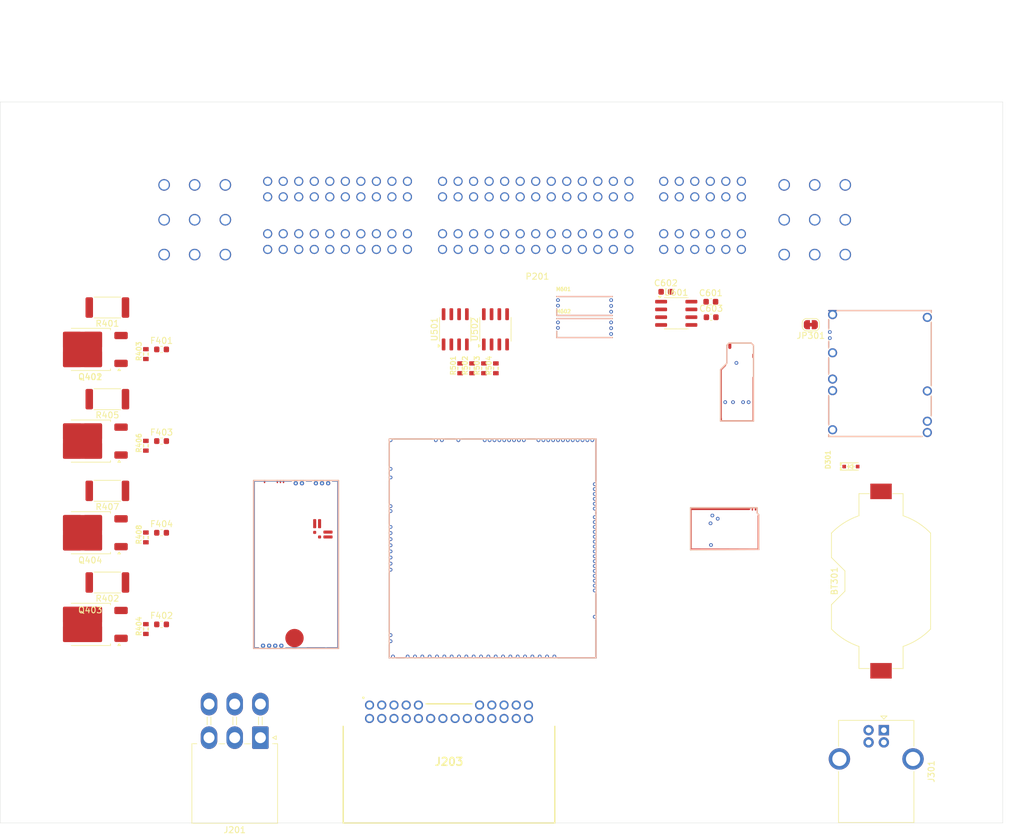
<source format=kicad_pcb>
(kicad_pcb (version 20240108) (generator "pcbnew") (generator_version "8.0")
  (layers (0 "F.Cu" signal) (1 "In1.Cu" signal) (2 "In2.Cu" signal) (31 "B.Cu" signal) (34 "B.Paste" user) (35 "F.Paste" user) (36 "B.SilkS" user "B.Silkscreen") (37 "F.SilkS" user "F.Silkscreen") (38 "B.Mask" user) (39 "F.Mask" user) (44 "Edge.Cuts" user))
  (net 0 "")
  (net 4 "Net-(F401-Pad1)")
  (net 21 "/rusefi/Ignition/IN1")
  (net 28 "Net-(F402-Pad1)")
  (net 38 "/rusefi/Ignition/IN4")
  (net 39 "/rusefi/Ignition/IN2")
  (net 44 "Net-(F403-Pad1)")
  (net 48 "/rusefi/Ignition/IN3")
  (net 49 "Net-(F404-Pad1)")
  (net 164 "/rusefi/Injection/IN3")
  (net 165 "/rusefi/Injection/IN4")
  (net 166 "/rusefi/Injection/IN1")
  (net 167 "/rusefi/Injection/IN2")
  (net 168 "GND")
  (net 169 "Net-(Q401-G)")
  (net 170 "Net-(Q402-G)")
  (net 171 "Net-(Q403-G)")
  (net 172 "Net-(Q404-G)")
  (net 177 "/conn/IGN_OUT1")
  (net 178 "/conn/IGN_OUT2")
  (net 179 "/conn/IGN_OUT4")
  (net 180 "/conn/IGN_OUT3")
  (net 181 "/rusefi/LSU.H+")
  (net 183 "/rusefi/LSU.Rtrim")
  (net 184 "/rusefi/LSU.Un")
  (net 185 "/rusefi/LSU.Ip")
  (net 186 "/rusefi/LSU.Vm")
  (net 187 "Net-(M303-PULL_DOWN1)")
  (net 188 "/conn/INJ_OUT3")
  (net 189 "/conn/INJ_OUT1")
  (net 190 "/conn/INJ_OUT4")
  (net 191 "/conn/INJ_OUT2")
  (net 192 "Net-(M301-SPI2_SCK_{slash}_CAN2_TX_(PB13))")
  (net 193 "Net-(M301-SPI2_CS_{slash}_CAN2_RX_(PB12))")
  (net 194 "/rusefi/CANH")
  (net 195 "/rusefi/CANL")
  (net 196 "Net-(M301-UART2_TX_(PD5))")
  (net 197 "Net-(M301-UART2_RX_(PD6))")
  (net 198 "/conn/ECU_NBO2post_H-")
  (net 199 "/conn/ECU_NBO2pre_H-")
  (net 200 "+12V_RAW")
  (net 201 "/conn/ECU_CANH")
  (net 202 "/conn/ECU_CANL")
  (net 203 "/conn/ECU_NBO2post_SIG+")
  (net 204 "/conn/ECU_NBO2pre_SIG+")
  (net 205 "/conn/ECU_NBO2pre_H+")
  (net 206 "/conn/ECU_NBO2post_SIG-")
  (net 207 "+12V_PERM")
  (net 208 "/conn/ECU_NBO2post_H+")
  (net 209 "/conn/ECU_MAINREL")
  (net 210 "/conn/ECU_NBO2pre_SIG-")
  (net 211 "/conn/KNOCK2")
  (net 212 "/conn/KNOCK1")
  (net 213 "/conn/LIN")
  (net 214 "Net-(BT301-+)")
  (net 215 "Net-(D301-K)")
  (net 216 "/rusefi/PG_5VP")
  (net 217 "/rusefi/PWR_EN")
  (net 218 "Net-(M301-IN_VIGN_(PA5))")
  (net 219 "+5V")
  (net 220 "Net-(JP301-A)")
  (net 221 "+12V_FROM_KEY")
  (net 222 "+5VP")
  (net 223 "/rusefi/USB.DM")
  (net 224 "/rusefi/USB.DP")
  (net 225 "/rusefi/USB.VBUS")
  (net 226 "/rusefi/AIN.OILTEMP1")
  (net 227 "/rusefi/AIN.IAT")
  (net 228 "/rusefi/AIN.OILTEMP2")
  (net 229 "/rusefi/AIN.MAP")
  (net 230 "/rusefi/AIN.CLT")
  (net 231 "/rusefi/AIN.TPS")
  (net 232 "/rusefi/KnockAmps/KNOCK_OUT1")
  (net 233 "/rusefi/KnockAmps/KNOCK_OUT2")
  (net 234 "+5VA")
  (net 235 "/rusefi/KnockAmps/KNOCK_HP1")
  (net 236 "Net-(U601A--)")
  (net 237 "Net-(U601B--)")
  (net 238 "/rusefi/KnockAmps/KNOCK_HP2")
  (net 239 "/rusefi/KnockAmps/VREF")
  (net 240 "+3.3V")
  (net 241 "+3.3VA")
  (footprint "Battery:BatteryHolder_Keystone_1058_1x2032" (layer "F.Cu") (at 224.0788 118.4148 -90)
    (property "Reference" "BT301" (at 0 7.62 90) (layer "F.SilkS"))
    (property "Value" "Battery_Cell")
    (pad "1" smd rect (at -14.68 0 270) (size 2.54 3.51) (layers "F.Cu" "F.Paste" "F.Mask") (net 214 "Net-(BT301-+)"))
    (pad "2" smd rect (at 14.68 0 270) (size 2.54 3.51) (layers "F.Cu" "F.Paste" "F.Mask") (net 168 "GND"))
  )
  (footprint "Fuse:Fuse_0603_1608Metric" (layer "F.Cu") (at 106.4005 95.504)
    (property "Reference" "F403" (at 0 -1.43 0) (layer "F.SilkS"))
    (property "Value" "50mA")
    (pad "1" smd roundrect (at -0.7875 0) (size 0.875 0.95) (layers "F.Cu" "F.Paste" "F.Mask") (net 44 "Net-(F403-Pad1)"))
    (pad "2" smd roundrect (at 0.7875 0) (size 0.875 0.95) (layers "F.Cu" "F.Paste" "F.Mask") (net 39 "/rusefi/Ignition/IN2"))
  )
  (footprint "Jumper:SolderJumper-2_P1.3mm_Bridged_RoundedPad1.0x1.5mm" (layer "F.Cu") (at 212.598 76.454 180)
    (property "Reference" "JP301" (at 0 -1.8 0) (layer "F.SilkS"))
    (property "Value" "SolderJumper_2_Bridged")
    (fp_poly (pts (xy 0.25 -0.3) (xy -0.25 -0.3) (xy -0.25 0.3) (xy 0.25 0.3)) (fill solid) (layer "F.Cu"))
    (pad "1" smd custom (at -0.65 0 180) (size 1 0.5) (layers "F.Cu" "F.Mask") (net 220 "Net-(JP301-A)") (options (clearance outline) (anchor rect)) (primitives (gr_circle (center 0 0.25) (end 0.5 0.25) (width 0) (fill yes)) (gr_circle (center 0 -0.25) (end 0.5 -0.25) (width 0) (fill yes)) (gr_poly (pts (xy 0.5 0.75) (xy 0 0.75) (xy 0 -0.75) (xy 0.5 -0.75)) (width 0) (fill yes))))
    (pad "2" smd custom (at 0.65 0 180) (size 1 0.5) (layers "F.Cu" "F.Mask") (net 216 "/rusefi/PG_5VP") (options (clearance outline) (anchor rect)) (primitives (gr_circle (center 0 0.25) (end 0.5 0.25) (width 0) (fill yes)) (gr_circle (center 0 -0.25) (end 0.5 -0.25) (width 0) (fill yes)) (gr_poly (pts (xy 0 0.75) (xy -0.5 0.75) (xy -0.5 -0.75) (xy 0 -0.75)) (width 0) (fill yes))))
  )
  (footprint "Fuse:Fuse_0603_1608Metric" (layer "F.Cu") (at 106.4005 80.504)
    (property "Reference" "F401" (at 0 -1.43 0) (layer "F.SilkS"))
    (property "Value" "50mA")
    (pad "1" smd roundrect (at -0.7875 0) (size 0.875 0.95) (layers "F.Cu" "F.Paste" "F.Mask") (net 4 "Net-(F401-Pad1)"))
    (pad "2" smd roundrect (at 0.7875 0) (size 0.875 0.95) (layers "F.Cu" "F.Paste" "F.Mask") (net 21 "/rusefi/Ignition/IN1"))
  )
  (footprint "Resistor_SMD:R_2512_6332Metric" (layer "F.Cu") (at 97.536 73.646 180)
    (property "Reference" "R401" (at 0 -2.62 0) (layer "F.SilkS"))
    (property "Value" "0")
    (pad "1" smd roundrect (at -2.9625 0 180) (size 1.225 3.35) (layers "F.Cu" "F.Paste" "F.Mask") (roundrect_rratio 0.204082) (net 4 "Net-(F401-Pad1)"))
    (pad "2" smd roundrect (at 2.9625 0 180) (size 1.225 3.35) (layers "F.Cu" "F.Paste" "F.Mask") (roundrect_rratio 0.204082) (net 177 "/conn/IGN_OUT1"))
  )
  (footprint "Package_SO:SOIC-8_3.9x4.9mm_P1.27mm" (layer "F.Cu") (at 161.012 77.216 90)
    (property "Reference" "U502" (at 0 -3.4 90) (layer "F.SilkS"))
    (property "Value" "VNLD5160TR-E")
    (pad "1" smd roundrect (at -2.475 -1.905 90) (size 1.95 0.6) (layers "F.Cu" "F.Paste" "F.Mask") (net 164 "/rusefi/Injection/IN3"))
    (pad "2" smd roundrect (at -2.475 -0.635 90) (size 1.95 0.6) (layers "F.Cu" "F.Paste" "F.Mask"))
    (pad "3" smd roundrect (at -2.475 0.635 90) (size 1.95 0.6) (layers "F.Cu" "F.Paste" "F.Mask") (net 165 "/rusefi/Injection/IN4"))
    (pad "4" smd roundrect (at -2.475 1.905 90) (size 1.95 0.6) (layers "F.Cu" "F.Paste" "F.Mask"))
    (pad "5" smd roundrect (at 2.475 1.905 90) (size 1.95 0.6) (layers "F.Cu" "F.Paste" "F.Mask") (net 168 "GND"))
    (pad "6" smd roundrect (at 2.475 0.635 90) (size 1.95 0.6) (layers "F.Cu" "F.Paste" "F.Mask") (net 190 "/conn/INJ_OUT4"))
    (pad "7" smd roundrect (at 2.475 -0.635 90) (size 1.95 0.6) (layers "F.Cu" "F.Paste" "F.Mask") (net 168 "GND"))
    (pad "8" smd roundrect (at 2.475 -1.905 90) (size 1.95 0.6) (layers "F.Cu" "F.Paste" "F.Mask") (net 188 "/conn/INJ_OUT3"))
  )
  (footprint "hellen-one-common:R0603" (layer "F.Cu") (at 157.181954 83.593 90)
    (property "Reference" "R502" (at -1.235559 -0.653823 90) (layer "F.SilkS") (effects (font (size 0.82 0.82) (thickness 0.17)) (justify left bottom)))
    (property "Value" "4.7k" (hide yes))
    (pad "1" smd roundrect (at -0.8 0 90) (size 0.7 0.92) (layers "F.Cu" "F.Paste" "F.Mask") (roundrect_rratio 0.1) (net 168 "GND"))
    (pad "2" smd roundrect (at 0.8 0 90) (size 0.7 0.92) (layers "F.Cu" "F.Paste" "F.Mask") (roundrect_rratio 0.1) (net 167 "/rusefi/Injection/IN2"))
  )
  (footprint "Package_SO:SOIC-8_3.9x4.9mm_P1.27mm" (layer "F.Cu") (at 154.432 77.216 90)
    (property "Reference" "U501" (at 0 -3.4 90) (layer "F.SilkS"))
    (property "Value" "VNLD5160TR-E")
    (pad "1" smd roundrect (at -2.475 -1.905 90) (size 1.95 0.6) (layers "F.Cu" "F.Paste" "F.Mask") (net 166 "/rusefi/Injection/IN1"))
    (pad "2" smd roundrect (at -2.475 -0.635 90) (size 1.95 0.6) (layers "F.Cu" "F.Paste" "F.Mask"))
    (pad "3" smd roundrect (at -2.475 0.635 90) (size 1.95 0.6) (layers "F.Cu" "F.Paste" "F.Mask") (net 167 "/rusefi/Injection/IN2"))
    (pad "4" smd roundrect (at -2.475 1.905 90) (size 1.95 0.6) (layers "F.Cu" "F.Paste" "F.Mask"))
    (pad "5" smd roundrect (at 2.475 1.905 90) (size 1.95 0.6) (layers "F.Cu" "F.Paste" "F.Mask") (net 168 "GND"))
    (pad "6" smd roundrect (at 2.475 0.635 90) (size 1.95 0.6) (layers "F.Cu" "F.Paste" "F.Mask") (net 191 "/conn/INJ_OUT2"))
    (pad "7" smd roundrect (at 2.475 -0.635 90) (size 1.95 0.6) (layers "F.Cu" "F.Paste" "F.Mask") (net 168 "GND"))
    (pad "8" smd roundrect (at 2.475 -1.905 90) (size 1.95 0.6) (layers "F.Cu" "F.Paste" "F.Mask") (net 189 "/conn/INJ_OUT1"))
  )
  (footprint "Capacitor_SMD:C_0603_1608Metric" (layer "F.Cu") (at 188.8874 71.0692)
    (property "Reference" "C602" (at 0 -1.43 0) (layer "F.SilkS"))
    (property "Value" "10u")
    (pad "1" smd roundrect (at -0.775 0) (size 0.9 0.95) (layers "F.Cu" "F.Paste" "F.Mask") (net 236 "Net-(U601A--)"))
    (pad "2" smd roundrect (at 0.775 0) (size 0.9 0.95) (layers "F.Cu" "F.Paste" "F.Mask") (net 235 "/rusefi/KnockAmps/KNOCK_HP1"))
  )
  (footprint "hellen-one-common:R0603" (layer "F.Cu") (at 103.835 126.266 90)
    (property "Reference" "R404" (at -1.235559 -0.653823 90) (layer "F.SilkS") (effects (font (size 0.82 0.82) (thickness 0.17)) (justify left bottom)))
    (property "Value" "22" (hide yes))
    (pad "1" smd roundrect (at -0.8 0 90) (size 0.7 0.92) (layers "F.Cu" "F.Paste" "F.Mask") (roundrect_rratio 0.1) (net 170 "Net-(Q402-G)"))
    (pad "2" smd roundrect (at 0.8 0 90) (size 0.7 0.92) (layers "F.Cu" "F.Paste" "F.Mask") (roundrect_rratio 0.1) (net 28 "Net-(F402-Pad1)"))
  )
  (footprint "34826-0240:348260240" (layer "F.Cu") (at 140.4156 138.7048)
    (property "Reference" "J203" (at 13 9.275 0) (layer "F.SilkS") (effects (font (size 1.27 1.27) (thickness 0.254))))
    (property "Value" "Conn_02x12_Top_Bottom" (hide yes))
    (pad "" np_thru_hole circle (at -2.85 1.3) (size 2.75 2.75) (drill 2.75) (layers "*.Cu" "*.Mask"))
    (pad "" np_thru_hole circle (at 28.85 1.3) (size 2.75 2.75) (drill 2.75) (layers "*.Cu" "*.Mask"))
    (pad "1" thru_hole circle (at 0 0) (size 1.5 1.5) (drill 1) (layers "*.Cu" "*.Mask"))
    (pad "2" thru_hole circle (at 2 0) (size 1.5 1.5) (drill 1) (layers "*.Cu" "*.Mask"))
    (pad "3" thru_hole circle (at 4 0) (size 1.5 1.5) (drill 1) (layers "*.Cu" "*.Mask"))
    (pad "4" thru_hole circle (at 6 0) (size 1.5 1.5) (drill 1) (layers "*.Cu" "*.Mask"))
    (pad "5" thru_hole circle (at 8 0) (size 1.5 1.5) (drill 1) (layers "*.Cu" "*.Mask"))
    (pad "6" thru_hole circle (at 18 0) (size 1.5 1.5) (drill 1) (layers "*.Cu" "*.Mask"))
    (pad "7" thru_hole circle (at 20 0) (size 1.5 1.5) (drill 1) (layers "*.Cu" "*.Mask"))
    (pad "8" thru_hole circle (at 22 0) (size 1.5 1.5) (drill 1) (layers "*.Cu" "*.Mask"))
    (pad "9" thru_hole circle (at 24 0) (size 1.5 1.5) (drill 1) (layers "*.Cu" "*.Mask"))
    (pad "10" thru_hole circle (at 26 0) (size 1.5 1.5) (drill 1) (layers "*.Cu" "*.Mask"))
    (pad "11" thru_hole circle (at 0 2.2) (size 1.5 1.5) (drill 1) (layers "*.Cu" "*.Mask"))
    (pad "12" thru_hole circle (at 2 2.2) (size 1.5 1.5) (drill 1) (layers "*.Cu" "*.Mask"))
    (pad "13" thru_hole circle (at 4 2.2) (size 1.5 1.5) (drill 1) (layers "*.Cu" "*.Mask"))
    (pad "14" thru_hole circle (at 6 2.2) (size 1.5 1.5) (drill 1) (layers "*.Cu" "*.Mask"))
    (pad "15" thru_hole circle (at 8 2.2) (size 1.5 1.5) (drill 1) (layers "*.Cu" "*.Mask"))
    (pad "16" thru_hole circle (at 10 2.2) (size 1.5 1.5) (drill 1) (layers "*.Cu" "*.Mask"))
    (pad "17" thru_hole circle (at 12 2.2) (size 1.5 1.5) (drill 1) (layers "*.Cu" "*.Mask"))
    (pad "18" thru_hole circle (at 14 2.2) (size 1.5 1.5) (drill 1) (layers "*.Cu" "*.Mask"))
    (pad "19" thru_hole circle (at 16 2.2) (size 1.5 1.5) (drill 1) (layers "*.Cu" "*.Mask"))
    (pad "20" thru_hole circle (at 18 2.2) (size 1.5 1.5) (drill 1) (layers "*.Cu" "*.Mask"))
    (pad "21" thru_hole circle (at 20 2.2) (size 1.5 1.5) (drill 1) (layers "*.Cu" "*.Mask"))
    (pad "22" thru_hole circle (at 22 2.2) (size 1.5 1.5) (drill 1) (layers "*.Cu" "*.Mask"))
    (pad "23" thru_hole circle (at 24 2.2) (size 1.5 1.5) (drill 1) (layers "*.Cu" "*.Mask"))
    (pad "24" thru_hole circle (at 26 2.2) (size 1.5 1.5) (drill 1) (layers "*.Cu" "*.Mask"))
  )
  (footprint "Resistor_SMD:R_2512_6332Metric" (layer "F.Cu") (at 97.536 103.646 180)
    (property "Reference" "R407" (at 0 -2.62 0) (layer "F.SilkS"))
    (property "Value" "0")
    (pad "1" smd roundrect (at -2.9625 0 180) (size 1.225 3.35) (layers "F.Cu" "F.Paste" "F.Mask") (roundrect_rratio 0.204082) (net 49 "Net-(F404-Pad1)"))
    (pad "2" smd roundrect (at 2.9625 0 180) (size 1.225 3.35) (layers "F.Cu" "F.Paste" "F.Mask") (roundrect_rratio 0.204082) (net 180 "/conn/IGN_OUT3"))
  )
  (footprint "hellen-one-wbo-0.5:wbo" (layer "F.Cu") (at 121.345 101.845 -90)
    (property "Reference" "M303" (hide yes))
    (property "Value" "Module-wbo-0.5" (hide yes))
    (pad "E1" thru_hole circle (at 27.15 -1.65) (size 0.7 0.7) (drill 0.3) (layers "*.Cu") (net 184 "/rusefi/LSU.Un"))
    (pad "E2" thru_hole circle (at 27.15 -4.65) (size 0.7 0.7) (drill 0.3) (layers "*.Cu") (net 186 "/rusefi/LSU.Vm"))
    (pad "E3" thru_hole circle (at 27.15 -3.65) (size 0.7 0.7) (drill 0.3) (layers "*.Cu") (net 185 "/rusefi/LSU.Ip"))
    (pad "E4" thru_hole circle (at 27.15 -2.65) (size 0.7 0.7) (drill 0.3) (layers "*.Cu") (net 183 "/rusefi/LSU.Rtrim"))
    (pad "E5" smd circle (at 25.9 -6.8 270) (size 3 3) (layers "F.Cu") (net 181 "/rusefi/LSU.H+"))
    (pad "E6" smd rect (at 27.525 -10.3 270) (size 0.25 3) (layers "F.Cu"))
    (pad "G" smd rect (at 0.175 -13.5 270) (size 0.25 1.1) (layers "F.Cu"))
    (pad "G" smd rect (at 0.175 -13.5 270) (size 0.25 1.1) (layers "B.Cu"))
    (pad "G" smd rect (at 0.175 -9.16 270) (size 0.25 0.98) (layers "F.Cu"))
    (pad "G" smd rect (at 0.175 -9.16 270) (size 0.25 0.98) (layers "B.Cu"))
    (pad "G" smd rect (at 0.175 -5.86 270) (size 0.25 0.98) (layers "F.Cu"))
    (pad "G" smd rect (at 0.175 -3.2 270) (size 0.25 6.3) (layers "B.Cu"))
    (pad "G" smd rect (at 0.175 -0.775 270) (size 0.25 1.45) (layers "F.Cu"))
    (pad "G" smd rect (at 13.85 -13.925) (size 0.25 27.6) (layers "F.Cu"))
    (pad "G" smd rect (at 13.85 -13.925) (size 0.25 27.6) (layers "B.Cu"))
    (pad "G" smd rect (at 13.85 -0.175) (size 0.25 27.6) (layers "F.Cu"))
    (pad "G" smd rect (at 13.85 -0.175) (size 0.25 27.6) (layers "B.Cu"))
    (pad "G" smd rect (at 27.525 -13.075 270) (size 0.25 1.95) (layers "F.Cu"))
    (pad "G" smd rect (at 27.525 -9.675 270) (size 0.25 8.75) (layers "B.Cu"))
    (pad "G" smd rect (at 27.525 -0.525 270) (size 0.25 0.95) (layers "F.Cu"))
    (pad "G" smd rect (at 27.525 -0.525 270) (size 0.25 0.95) (layers "B.Cu"))
    (pad "J1" smd roundrect (at 9.35 -12.275 90) (size 0.5 1.5) (layers "F.Cu") (net 187 "Net-(M303-PULL_DOWN1)"))
    (pad "J2" smd roundrect (at 7.175 -10.1 90) (size 1.5 0.5) (layers "F.Cu"))
    (pad "J_GND1" smd roundrect (at 8.55 -12.275 90) (size 0.5 1.5) (layers "F.Cu") (net 187 "Net-(M303-PULL_DOWN1)"))
    (pad "J_GND2" smd roundrect (at 8.6 -10.1 180) (size 0.5 0.5) (layers "F.Cu"))
    (pad "J_VCC1" smd roundrect (at 9.35 -10.9 90) (size 0.5 0.5) (layers "F.Cu"))
    (pad "J_VCC2" smd roundrect (at 7.175 -10.9 90) (size 1.5 0.5) (layers "F.Cu"))
    (pad "W1" thru_hole circle (at 0.5588 -11.3) (size 0.7 0.7) (drill 0.3) (layers "*.Cu"))
    (pad "W2" thru_hole circle (at 0.5588 -10.3) (size 0.7 0.7) (drill 0.3) (layers "*.Cu"))
    (pad "W3" thru_hole circle (at 0.5588 -7.004) (size 0.7 0.7) (drill 0.3) (layers "*.Cu") (net 195 "/rusefi/CANL"))
    (pad "W4" thru_hole circle (at 0.5588 -8.02) (size 0.7 0.7) (drill 0.3) (layers "*.Cu") (net 194 "/rusefi/CANH"))
    (pad "W5" smd roundrect (at 0.3 -5 270) (size 0.5 0.25) (layers "F.Cu") (roundrect_rratio 0.5))
    (pad "W6" smd roundrect (at 0.3 -4.5 270) (size 0.5 0.25) (layers "F.Cu") (roundrect_rratio 0.5))
    (pad "W7" smd roundrect (at 0.3 -4 270) (size 0.5 0.25) (layers "F.Cu") (roundrect_rratio 0.5))
    (pad "W8" smd roundrect (at 0.3 -1.9 270) (size 0.5 0.25) (layers "F.Cu") (roundrect_rratio 0.5))
    (pad "W9" thru_hole circle (at 0.5588 -12.3) (size 0.7 0.7) (drill 0.3) (layers "*.Cu"))
  )
  (footprint "hellen-one-common:SOD-323" (layer "F.Cu") (at 219.1512 99.6696)
    (property "Reference" "D301" (at -3.275129 0.541452 90) (layer "F.SilkS") (effects (font (size 0.8 0.8) (thickness 0.17)) (justify left bottom)))
    (property "Value" "1N4148WS" (hide yes))
    (pad "1" smd roundrect (at -1.1 0 270) (size 0.6 0.6) (layers "F.Cu" "F.Paste" "F.Mask") (roundrect_rratio 0.1) (net 215 "Net-(D301-K)"))
    (pad "2" smd roundrect (at 1.1 0 270) (size 0.6 0.6) (layers "F.Cu" "F.Paste" "F.Mask") (roundrect_rratio 0.1) (net 214 "Net-(BT301-+)"))
  )
  (footprint "Package_TO_SOT_SMD:TO-252-2" (layer "F.Cu") (at 94.732 125.504 180)
    (property "Reference" "Q402" (at 0 40.5 0) (layer "F.SilkS"))
    (property "Value" "ISL9V3040D3ST")
    (pad "1" smd roundrect (at -5.04 -2.28 180) (size 2.2 1.2) (layers "F.Cu" "F.Paste" "F.Mask") (roundrect_rratio 0.208333) (net 170 "Net-(Q402-G)"))
    (pad "2" smd roundrect (at -0.415 -1.525 180) (size 3.05 2.75) (layers "F.Cu" "F.Paste") (roundrect_rratio 0.090909) (net 179 "/conn/IGN_OUT4"))
    (pad "2" smd roundrect (at -0.415 1.525 180) (size 3.05 2.75) (layers "F.Cu" "F.Paste") (roundrect_rratio 0.090909) (net 179 "/conn/IGN_OUT4"))
    (pad "2" smd roundrect (at 1.26 0 180) (size 6.4 5.8) (layers "F.Cu" "F.Mask") (roundrect_rratio 0.043103) (net 179 "/conn/IGN_OUT4"))
    (pad "2" smd roundrect (at 2.935 -1.525 180) (size 3.05 2.75) (layers "F.Cu" "F.Paste") (roundrect_rratio 0.090909) (net 179 "/conn/IGN_OUT4"))
    (pad "2" smd roundrect (at 2.935 1.525 180) (size 3.05 2.75) (layers "F.Cu" "F.Paste") (roundrect_rratio 0.090909) (net 179 "/conn/IGN_OUT4"))
    (pad "3" smd roundrect (at -5.04 2.28 180) (size 2.2 1.2) (layers "F.Cu" "F.Paste" "F.Mask") (roundrect_rratio 0.208333) (net 168 "GND"))
  )
  (footprint "hellen-one-common:R0603" (layer "F.Cu") (at 155.232908 83.593 90)
    (property "Reference" "R501" (at -1.235559 -0.653823 90) (layer "F.SilkS") (effects (font (size 0.82 0.82) (thickness 0.17)) (justify left bottom)))
    (property "Value" "4.7k" (hide yes))
    (pad "1" smd roundrect (at -0.8 0 90) (size 0.7 0.92) (layers "F.Cu" "F.Paste" "F.Mask") (roundrect_rratio 0.1) (net 168 "GND"))
    (pad "2" smd roundrect (at 0.8 0 90) (size 0.7 0.92) (layers "F.Cu" "F.Paste" "F.Mask") (roundrect_rratio 0.1) (net 166 "/rusefi/Injection/IN1"))
  )
  (footprint "Capacitor_SMD:C_0603_1608Metric" (layer "F.Cu") (at 196.2912 75.2348)
    (property "Reference" "C603" (at 0 -1.43 0) (layer "F.SilkS"))
    (property "Value" "10u")
    (pad "1" smd roundrect (at -0.775 0) (size 0.9 0.95) (layers "F.Cu" "F.Paste" "F.Mask") (net 237 "Net-(U601B--)"))
    (pad "2" smd roundrect (at 0.775 0) (size 0.9 0.95) (layers "F.Cu" "F.Paste" "F.Mask") (net 238 "/rusefi/KnockAmps/KNOCK_HP2"))
  )
  (footprint "hellen-one-knock-0.2:knock" (layer "F.Cu") (at 170.9328 78.675804)
    (property "Reference" "M602" (at -0.0998 -4.0382 0) (layer "F.SilkS") (effects (font (size 0.6 0.6) (thickness 0.254)) (justify left bottom)))
    (property "Value" "Module-knock-0.2" (hide yes))
    (pad "E1" thru_hole circle (at 9 -2.6 180) (size 0.6 0.6) (drill 0.3) (layers "*.Cu" "*.Mask") (net 234 "+5VA"))
    (pad "E2" smd oval (at 0.1 -0.625 180) (size 0.2 1.225) (layers "F.Cu" "F.Paste" "F.Mask") (net 168 "GND"))
    (pad "E2" smd oval (at 0.1 -0.625 180) (size 0.2 1.225) (layers "B.Cu" "B.Paste" "B.Mask") (net 168 "GND"))
    (pad "E2" smd oval (at 4.65 -3.2 90) (size 0.2 9.3) (layers "F.Cu" "F.Paste" "F.Mask") (net 168 "GND"))
    (pad "E2" smd oval (at 4.65 -3.2 90) (size 0.2 9.3) (layers "B.Cu" "B.Paste" "B.Mask") (net 168 "GND"))
    (pad "E2" smd oval (at 4.65 -0.1 270) (size 0.2 9.3) (layers "F.Cu" "F.Paste" "F.Mask") (net 168 "GND"))
    (pad "E2" smd oval (at 4.65 -0.1 270) (size 0.2 9.3) (layers "B.Cu" "B.Paste" "B.Mask") (net 168 "GND"))
    (pad "E2" thru_hole circle (at 9 -1.65 180) (size 0.6 0.6) (drill 0.3) (layers "*.Cu" "*.Mask") (net 168 "GND"))
    (pad "E3" thru_hole circle (at 9 -0.700002 180) (size 0.6 0.6) (drill 0.3) (layers "*.Cu" "*.Mask") (net 233 "/rusefi/KnockAmps/KNOCK_OUT2"))
    (pad "W1" thru_hole circle (at 0.3 -1.7) (size 0.6 0.6) (drill 0.3) (layers "*.Cu" "*.Mask") (net 211 "/conn/KNOCK2"))
    (pad "W2" thru_hole circle (at 0.3 -2.6) (size 0.6 0.6) (drill 0.3) (layers "*.Cu" "*.Mask") (net 239 "/rusefi/KnockAmps/VREF"))
  )
  (footprint "Fuse:Fuse_0603_1608Metric" (layer "F.Cu") (at 106.4005 110.504)
    (property "Reference" "F404" (at 0 -1.43 0) (layer "F.SilkS"))
    (property "Value" "50mA")
    (pad "1" smd roundrect (at -0.7875 0) (size 0.875 0.95) (layers "F.Cu" "F.Paste" "F.Mask") (net 49 "Net-(F404-Pad1)"))
    (pad "2" smd roundrect (at 0.7875 0) (size 0.875 0.95) (layers "F.Cu" "F.Paste" "F.Mask") (net 48 "/rusefi/Ignition/IN3"))
  )
  (footprint "Resistor_SMD:R_2512_6332Metric" (layer "F.Cu") (at 97.536 88.646 180)
    (property "Reference" "R405" (at 0 -2.62 0) (layer "F.SilkS"))
    (property "Value" "0")
    (pad "1" smd roundrect (at -2.9625 0 180) (size 1.225 3.35) (layers "F.Cu" "F.Paste" "F.Mask") (roundrect_rratio 0.204082) (net 44 "Net-(F403-Pad1)"))
    (pad "2" smd roundrect (at 2.9625 0 180) (size 1.225 3.35) (layers "F.Cu" "F.Paste" "F.Mask") (roundrect_rratio 0.204082) (net 178 "/conn/IGN_OUT2"))
  )
  (footprint "hellen-one-common:R0603" (layer "F.Cu") (at 103.835 81.266 90)
    (property "Reference" "R403" (at -1.235559 -0.653823 90) (layer "F.SilkS") (effects (font (size 0.82 0.82) (thickness 0.17)) (justify left bottom)))
    (property "Value" "22" (hide yes))
    (pad "1" smd roundrect (at -0.8 0 90) (size 0.7 0.92) (layers "F.Cu" "F.Paste" "F.Mask") (roundrect_rratio 0.1) (net 169 "Net-(Q401-G)"))
    (pad "2" smd roundrect (at 0.8 0 90) (size 0.7 0.92) (layers "F.Cu" "F.Paste" "F.Mask") (roundrect_rratio 0.1) (net 4 "Net-(F401-Pad1)"))
  )
  (footprint "Fuse:Fuse_0603_1608Metric" (layer "F.Cu") (at 106.4005 125.504)
    (property "Reference" "F402" (at 0 -1.43 0) (layer "F.SilkS"))
    (property "Value" "50mA")
    (pad "1" smd roundrect (at -0.7875 0) (size 0.875 0.95) (layers "F.Cu" "F.Paste" "F.Mask") (net 28 "Net-(F402-Pad1)"))
    (pad "2" smd roundrect (at 0.7875 0) (size 0.875 0.95) (layers "F.Cu" "F.Paste" "F.Mask") (net 38 "/rusefi/Ignition/IN4"))
  )
  (footprint "Package_TO_SOT_SMD:TO-252-2" (layer "F.Cu") (at 94.732 95.504 180)
    (property "Reference" "Q403" (at 0 -27.656 0) (layer "F.SilkS"))
    (property "Value" "ISL9V3040D3ST")
    (pad "1" smd roundrect (at -5.04 -2.28 180) (size 2.2 1.2) (layers "F.Cu" "F.Paste" "F.Mask") (roundrect_rratio 0.208333) (net 171 "Net-(Q403-G)"))
    (pad "2" smd roundrect (at -0.415 -1.525 180) (size 3.05 2.75) (layers "F.Cu" "F.Paste") (roundrect_rratio 0.090909) (net 178 "/conn/IGN_OUT2"))
    (pad "2" smd roundrect (at -0.415 1.525 180) (size 3.05 2.75) (layers "F.Cu" "F.Paste") (roundrect_rratio 0.090909) (net 178 "/conn/IGN_OUT2"))
    (pad "2" smd roundrect (at 1.26 0 180) (size 6.4 5.8) (layers "F.Cu" "F.Mask") (roundrect_rratio 0.043103) (net 178 "/conn/IGN_OUT2"))
    (pad "2" smd roundrect (at 2.935 -1.525 180) (size 3.05 2.75) (layers "F.Cu" "F.Paste") (roundrect_rratio 0.090909) (net 178 "/conn/IGN_OUT2"))
    (pad "2" smd roundrect (at 2.935 1.525 180) (size 3.05 2.75) (layers "F.Cu" "F.Paste") (roundrect_rratio 0.090909) (net 178 "/conn/IGN_OUT2"))
    (pad "3" smd roundrect (at -5.04 2.28 180) (size 2.2 1.2) (layers "F.Cu" "F.Paste" "F.Mask") (roundrect_rratio 0.208333) (net 168 "GND"))
  )
  (footprint "hellen-one-power_12and5V-0.2:power_12and5V" (layer "F.Cu") (at 232.403001 74.052999 180)
    (property "Reference" "M306" (hide yes))
    (property "Value" "Module-power_12and5V-0.2" (hide yes))
    (pad "E1" thru_hole circle (at 16.249996 -19.6 180) (size 1.5 1.5) (drill 1) (layers "*.Cu" "*.Mask") (net 215 "Net-(D301-K)"))
    (pad "E2" thru_hole circle (at 16.249996 -13.200003 180) (size 1.5 1.5) (drill 1) (layers "*.Cu" "*.Mask"))
    (pad "E3" thru_hole circle (at 16.249996 -11.3 180) (size 1.5 1.5) (drill 1) (layers "*.Cu" "*.Mask") (net 218 "Net-(M301-IN_VIGN_(PA5))"))
    (pad "E4" thru_hole circle (at 16.249996 -7 180) (size 1.5 1.5) (drill 1) (layers "*.Cu" "*.Mask") (net 219 "+5V"))
    (pad "E5" thru_hole circle (at 16.699995 -4.600003) (size 0.6 0.6) (drill 0.3) (layers "*.Cu" "*.Mask") (net 217 "/rusefi/PWR_EN"))
    (pad "E6" thru_hole circle (at 16.699995 -3.600002 180) (size 0.6 0.6) (drill 0.3) (layers "*.Cu" "*.Mask") (net 220 "Net-(JP301-A)"))
    (pad "S1" smd oval (at 0.1 -15.75 90) (size 3.3 0.2) (layers "F.Cu" "F.Paste" "F.Mask"))
    (pad "S1" smd oval (at 0.1 -15.75 90) (size 3.3 0.2) (layers "B.Cu" "B.Paste" "B.Mask"))
    (pad "S1" smd oval (at 0.1 -7.250002 270) (size 10.2 0.2) (layers "F.Cu" "F.Paste" "F.Mask"))
    (pad "S1" smd oval (at 0.1 -7.250002 270) (size 10.2 0.2) (layers "B.Cu" "B.Paste" "B.Mask"))
    (pad "S1" smd oval (at 0.1 -0.15 270) (size 0.3 0.2) (layers "F.Cu" "F.Paste" "F.Mask"))
    (pad "S1" smd oval (at 0.1 -0.15 270) (size 0.3 0.2) (layers "B.Cu" "B.Paste" "B.Mask"))
    (pad "S1" smd oval (at 8.499998 -0.1 180) (size 17 0.2) (layers "F.Cu" "F.Paste" "F.Mask"))
    (pad "S1" smd oval (at 8.499998 -0.1 180) (size 17 0.2) (layers "B.Cu" "B.Paste" "B.Mask"))
    (pad "S1" smd oval (at 9.299999 -20.7 180) (size 15.4 0.2) (layers "F.Cu" "F.Paste" "F.Mask"))
    (pad "S1" smd oval (at 9.299999 -20.7 180) (size 15.4 0.2) (layers "B.Cu" "B.Paste" "B.Mask"))
    (pad "S1" thru_hole circle (at 16.249996 -0.75 270) (size 1.5 1.5) (drill 1) (layers "*.Cu" "*.Mask"))
    (pad "S1" smd oval (at 16.899997 -20.65 270) (size 0.3 0.2) (layers "F.Cu" "F.Paste" "F.Mask"))
    (pad "S1" smd oval (at 16.899997 -20.65 270) (size 0.3 0.2) (layers "B.Cu" "B.Paste" "B.Mask"))
    (pad "S1" smd oval (at 16.899997 -16.450002 270) (size 4.8 0.2) (layers "F.Cu" "F.Paste" "F.Mask"))
    (pad "S1" smd oval (at 16.899997 -16.450002 270) (size 4.8 0.2) (layers "B.Cu" "B.Paste" "B.Mask"))
    (pad "S1" smd oval (at 16.899997 -9.1 90) (size 2.6 0.2) (layers "F.Cu" "F.Paste" "F.Mask"))
    (pad "S1" smd oval (at 16.899997 -9.1 90) (size 2.6 0.2) (layers "B.Cu" "B.Paste" "B.Mask"))
    (pad "S1" smd oval (at 16.899997 -5.600003 90) (size 1 0.2) (layers "F.Cu" "F.Paste" "F.Mask"))
    (pad "S1" smd oval (at 16.899997 -5.600003 90) (size 1 0.2) (layers "B.Cu" "B.Paste" "B.Mask"))
    (pad "S1" smd oval (at 16.899997 -2.300002 90) (size 1.5 0.2) (layers "F.Cu" "F.Paste" "F.Mask"))
    (pad "S1" smd oval (at 16.899997 -2.300002 90) (size 1.5 0.2) (layers "B.Cu" "B.Paste" "B.Mask"))
    (pad "V1" thru_hole circle (at 0.749999 -20.050002 180) (size 1.5 1.5) (drill 1) (layers "*.Cu" "*.Mask") (net 207 "+12V_PERM"))
    (pad "V2" thru_hole circle (at 0.749999 -18.200003 180) (size 1.5 1.5) (drill 1) (layers "*.Cu" "*.Mask") (net 221 "+12V_FROM_KEY"))
    (pad "V3" thru_hole circle (at 0.749999 -13.25 180) (size 1.5 1.5) (drill 1) (layers "*.Cu" "*.Mask") (net 200 "+12V_RAW"))
    (pad "V4" thru_hole circle (at 0.749999 -1.200002 180) (size 1.5 1.5) (drill 1) (layers "*.Cu" "*.Mask") (net 222 "+5VP"))
  )
  (footprint "hellen-one-mega-mcu100-0.3:mega-mcu100" (layer "F.Cu") (at 143.551395 131.057405)
    (property "Reference" "M301" (hide yes))
    (property "Value" "Module:mega-mcu100/0.3" (hide yes))
    (pad "E1" thru_hole circle (at 33.7 -6.8 270) (size 0.6 0.6) (drill 0.3) (layers "*.Cu") (net 234 "+5VA"))
    (pad "E2" thru_hole circle (at 33.70001 -11.1 270) (size 0.6 0.6) (drill 0.3) (layers "*.Cu") (net 168 "GND"))
    (pad "E3" thru_hole circle (at 33.70001 -11.89999 180) (size 0.6 0.6) (drill 0.3) (layers "*.Cu"))
    (pad "E4" thru_hole circle (at 33.70001 -12.7 180) (size 0.6 0.6) (drill 0.3) (layers "*.Cu"))
    (pad "E5" thru_hole circle (at 33.70001 -13.5 270) (size 0.6 0.6) (drill 0.3) (layers "*.Cu") (net 218 "Net-(M301-IN_VIGN_(PA5))"))
    (pad "E6" thru_hole circle (at 33.70001 -14.3) (size 0.6 0.6) (drill 0.3) (layers "*.Cu") (net 193 "Net-(M301-SPI2_CS_{slash}_CAN2_RX_(PB12))"))
    (pad "E7" thru_hole circle (at 33.70001 -15.1) (size 0.6 0.6) (drill 0.3) (layers "*.Cu") (net 192 "Net-(M301-SPI2_SCK_{slash}_CAN2_TX_(PB13))"))
    (pad "E8" thru_hole circle (at 33.70001 -15.9) (size 0.6 0.6) (drill 0.3) (layers "*.Cu"))
    (pad "E9" thru_hole circle (at 33.70001 -16.7) (size 0.6 0.6) (drill 0.3) (layers "*.Cu"))
    (pad "E10" thru_hole circle (at 33.70001 -17.5 180) (size 0.6 0.6) (drill 0.3) (layers "*.Cu"))
    (pad "E11" thru_hole circle (at 33.70001 -18.3 180) (size 0.6 0.6) (drill 0.3) (layers "*.Cu"))
    (pad "E12" thru_hole circle (at 33.70001 -19.1 180) (size 0.6 0.6) (drill 0.3) (layers "*.Cu"))
    (pad "E13" thru_hole circle (at 33.70001 -19.9 180) (size 0.6 0.6) (drill 0.3) (layers "*.Cu"))
    (pad "E14" thru_hole circle (at 33.70001 -20.7 180) (size 0.6 0.6) (drill 0.3) (layers "*.Cu") (net 165 "/rusefi/Injection/IN4"))
    (pad "E15" thru_hole circle (at 33.70001 -21.5 180) (size 0.6 0.6) (drill 0.3) (layers "*.Cu") (net 164 "/rusefi/Injection/IN3"))
    (pad "E16" thru_hole circle (at 33.7 -22.29999 270) (size 0.6 0.6) (drill 0.3) (layers "*.Cu") (net 167 "/rusefi/Injection/IN2"))
    (pad "E17" thru_hole circle (at 33.70001 -23.1 270) (size 0.6 0.6) (drill 0.3) (layers "*.Cu") (net 166 "/rusefi/Injection/IN1"))
    (pad "E18" thru_hole circle (at 33.70001 -24.5 270) (size 0.6 0.6) (drill 0.3) (layers "*.Cu"))
    (pad "E19" thru_hole circle (at 33.70001 -25.29999 270) (size 0.6 0.6) (drill 0.3) (layers "*.Cu"))
    (pad "E20" thru_hole circle (at 33.70001 -26.09999 270) (size 0.6 0.6) (drill 0.3) (layers "*.Cu"))
    (pad "E21" thru_hole circle (at 33.70001 -26.89999 270) (size 0.6 0.6) (drill 0.3) (layers "*.Cu"))
    (pad "E22" thru_hole circle (at 33.70001 -27.69999 270) (size 0.6 0.6) (drill 0.3) (layers "*.Cu"))
    (pad "E23" thru_hole circle (at 33.70001 -28.5 180) (size 0.6 0.6) (drill 0.3) (layers "*.Cu"))
    (pad "G" smd rect (at 0.1 -33.34999) (size 0.2 3.7) (layers "F.Cu") (net 168 "GND"))
    (pad "G" smd rect (at 0.1 -33.34999) (size 0.2 3.7) (layers "B.Cu") (net 168 "GND"))
    (pad "G" smd rect (at 0.1 -30.3) (size 0.2 0.4) (layers "F.Cu") (net 168 "GND"))
    (pad "G" smd rect (at 0.1 -30.3) (size 0.2 0.4) (layers "B.Cu") (net 168 "GND"))
    (pad "G" smd rect (at 0.1 -27.24999) (size 0.2 3.7) (layers "F.Cu") (net 168 "GND"))
    (pad "G" smd rect (at 0.1 -27.24999) (size 0.2 3.7) (layers "B.Cu") (net 168 "GND"))
    (pad "G" smd rect (at 0.1 -22.8) (size 0.2 1.6) (layers "F.Cu") (net 168 "GND"))
    (pad "G" smd rect (at 0.1 -22.8) (size 0.2 1.6) (layers "B.Cu") (net 168 "GND"))
    (pad "G" smd rect (at 0.1 -9.15) (size 0.2 9.7) (layers "F.Cu") (net 168 "GND"))
    (pad "G" smd rect (at 0.1 -9.15) (size 0.2 9.7) (layers "B.Cu") (net 168 "GND"))
    (pad "G" smd rect (at 0.1 -1.15) (size 0.2 2.3) (layers "F.Cu") (net 168 "GND"))
    (pad "G" smd rect (at 0.1 -1.15) (size 0.2 2.3) (layers "B.Cu") (net 168 "GND"))
    (pad "G" smd rect (at 1.90001 -0.09999 90) (size 0.2 1.4) (layers "F.Cu") (net 168 "GND"))
    (pad "G" smd rect (at 1.90001 -0.09999 90) (size 0.2 1.4) (layers "B.Cu") (net 168 "GND"))
    (pad "G" smd rect (at 4 -35.89999 270) (size 0.2 6.4) (layers "F.Cu") (net 168 "GND"))
    (pad "G" smd rect (at 4 -35.89999 270) (size 0.2 6.4) (layers "B.Cu") (net 168 "GND"))
    (pad "G" smd rect (at 10.05 -35.89999 270) (size 0.2 1.7) (layers "F.Cu") (net 168 "GND"))
    (pad "G" smd rect (at 10.05 -35.89999 270) (size 0.2 1.7) (layers "B.Cu") (net 168 "GND"))
    (pad "G" smd rect (at 13.55 -35.89999 270) (size 0.2 3.3) (layers "F.Cu") (net 168 "GND"))
    (pad "G" smd rect (at 13.55 -35.89999 270) (size 0.2 3.3) (layers "B.Cu") (net 168 "GND"))
    (pad "G" smd rect (at 23.3 -35.89999 270) (size 0.2 1.4) (layers "F.Cu") (net 168 "GND"))
    (pad "G" smd rect (at 23.3 -35.89999 270) (size 0.2 1.4) (layers "B.Cu") (net 168 "GND"))
    (pad "G" smd rect (at 30.8 -0.09999 90) (size 0.2 6.4) (layers "F.Cu") (net 168 "GND"))
    (pad "G" smd rect (at 30.8 -0.09999 90) (size 0.2 6.4) (layers "B.Cu") (net 168 "GND"))
    (pad "G" smd rect (at 33.90001 -32.50001 180) (size 0.2 7) (layers "F.Cu") (net 168 "GND"))
    (pad "G" smd rect (at 33.90001 -32.50001 180) (size 0.2 7) (layers "B.Cu") (net 168 "GND"))
    (pad "G" smd rect (at 33.90001 -23.79999 180) (size 0.2 0.4) (layers "F.Cu") (net 168 "GND"))
    (pad "G" smd rect (at 33.90001 -23.79999 180) (size 0.2 0.4) (layers "B.Cu") (net 168 "GND"))
    (pad "G" smd rect (at 33.90001 -8.94999 180) (size 0.2 3.3) (layers "F.Cu") (net 168 "GND"))
    (pad "G" smd rect (at 33.90001 -8.94999 180) (size 0.2 3.3) (layers "B.Cu") (net 168 "GND"))
    (pad "G" smd rect (at 33.90001 -3.14999 180) (size 0.2 6.3) (layers "F.Cu") (net 168 "GND"))
    (pad "G" smd rect (at 33.90001 -3.14999 180) (size 0.2 6.3) (layers "B.Cu") (net 168 "GND"))
    (pad "N1" thru_hole circle (at 33.30001 -35.7 270) (size 0.6 0.6) (drill 0.3) (layers "*.Cu") (net 225 "/rusefi/USB.VBUS"))
    (pad "N2" thru_hole circle (at 32.50001 -35.7 270) (size 0.6 0.6) (drill 0.3) (layers "*.Cu") (net 223 "/rusefi/USB.DM"))
    (pad "N3" thru_hole circle (at 31.70001 -35.7 270) (size 0.6 0.6) (drill 0.3) (layers "*.Cu") (net 224 "/rusefi/USB.DP"))
    (pad "N4" thru_hole circle (at 30.9 -35.7 270) (size 0.6 0.6) (drill 0.3) (layers "*.Cu"))
    (pad "N5" thru_hole circle (at 30.10001 -35.7 270) (size 0.6 0.6) (drill 0.3) (layers "*.Cu"))
    (pad "N6" thru_hole circle (at 29.30001 -35.7 270) (size 0.6 0.6) (drill 0.3) (layers "*.Cu"))
    (pad "N7" thru_hole circle (at 28.50001 -35.7 90) (size 0.6 0.6) (drill 0.3) (layers "*.Cu"))
    (pad "N8" thru_hole circle (at 27.7 -35.7 270) (size 0.6 0.6) (drill 0.3) (layers "*.Cu"))
    (pad "N9" thru_hole circle (at 26.90001 -35.69999 90) (size 0.6 0.6) (drill 0.3) (layers "*.Cu"))
    (pad "N10" thru_hole circle (at 26.10001 -35.69999 90) (size 0.6 0.6) (drill 0.3) (layers "*.Cu"))
    (pad "N11" thru_hole circle (at 25.30001 -35.69999 90) (size 0.6 0.6) (drill 0.3) (layers "*.Cu"))
    (pad "N12" thru_hole circle (at 24.50001 -35.69999 90) (size 0.6 0.6) (drill 0.3) (layers "*.Cu") (net 216 "/rusefi/PG_5VP"))
    (pad "N13" thru_hole circle (at 22.1 -35.69999 270) (size 0.6 0.6) (drill 0.3) (layers "*.Cu") (net 196 "Net-(M301-UART2_TX_(PD5))"))
    (pad "N14" thru_hole circle (at 21.3 -35.69999 270) (size 0.6 0.6) (drill 0.3) (layers "*.Cu") (net 197 "Net-(M301-UART2_RX_(PD6))"))
    (pad "N14a" thru_hole circle (at 20.50001 -35.7 270) (size 0.6 0.6) (drill 0.3) (layers "*.Cu"))
    (pad "N14b" thru_hole circle (at 19.7 -35.7 270) (size 0.6 0.6) (drill 0.3) (layers "*.Cu"))
    (pad "N15" thru_hole circle (at 18.9 -35.7 270) (size 0.6 0.6) (drill 0.3) (layers "*.Cu") (net 241 "+3.3VA"))
    (pad "N16" thru_hole circle (at 18.1 -35.7 90) (size 0.6 0.6) (drill 0.3) (layers "*.Cu"))
    (pad "N17" thru_hole circle (at 17.3 -35.7 270) (size 0.6 0.6) (drill 0.3) (layers "*.Cu") (net 215 "Net-(D301-K)"))
    (pad "N18" thru_hole circle (at 16.5 -35.69999 270) (size 0.6 0.6) (drill 0.3) (layers "*.Cu"))
    (pad "N19" thru_hole circle (at 15.7 -35.69999 270) (size 0.6 0.6) (drill 0.3) (layers "*.Cu"))
    (pad "N20" thru_hole circle (at 11.4 -35.69999 270) (size 0.6 0.6) (drill 0.3) (layers "*.Cu") (net 217 "/rusefi/PWR_EN"))
    (pad "N21" thru_hole circle (at 8.7 -35.69999 270) (size 0.6 0.6) (drill 0.3) (layers "*.Cu") (net 240 "+3.3V"))
    (pad "N22" thru_hole circle (at 7.70001 -35.69999 270) (size 0.6 0.6) (drill 0.3) (layers "*.Cu") (net 219 "+5V"))
    (pad "N23" thru_hole circle (at 0.3 -35.69999 270) (size 0.6 0.6) (drill 0.3) (layers "*.Cu") (net 240 "+3.3V"))
    (pad "S1" thru_hole circle (at 27.10002 -0.29999 270) (size 0.6 0.6) (drill 0.3) (layers "*.Cu"))
    (pad "S2" thru_hole circle (at 25.90001 -0.29999 270) (size 0.6 0.6) (drill 0.3) (layers "*.Cu"))
    (pad "S3" thru_hole circle (at 24.70001 -0.29999 270) (size 0.6 0.6) (drill 0.3) (layers "*.Cu"))
    (pad "S4" thru_hole circle (at 23.50001 -0.29999 270) (size 0.6 0.6) (drill 0.3) (layers "*.Cu"))
    (pad "S5" thru_hole circle (at 22.30001 -0.29999 270) (size 0.6 0.6) (drill 0.3) (layers "*.Cu"))
    (pad "S6" thru_hole circle (at 21.10001 -0.29999 270) (size 0.6 0.6) (drill 0.3) (layers "*.Cu"))
    (pad "S7" thru_hole circle (at 19.90001 -0.29999 270) (size 0.6 0.6) (drill 0.3) (layers "*.Cu") (net 233 "/rusefi/KnockAmps/KNOCK_OUT2"))
    (pad "S8" thru_hole circle (at 18.70001 -0.29999 270) (size 0.6 0.6) (drill 0.3) (layers "*.Cu") (net 228 "/rusefi/AIN.OILTEMP2"))
    (pad "S9" thru_hole circle (at 17.50001 -0.29999 270) (size 0.6 0.6) (drill 0.3) (layers "*.Cu") (net 226 "/rusefi/AIN.OILTEMP1"))
    (pad "S10" thru_hole circle (at 16.30001 -0.29999 270) (size 0.6 0.6) (drill 0.3) (layers "*.Cu"))
    (pad "S11" thru_hole circle (at 15.10001 -0.29999 270) (size 0.6 0.6) (drill 0.3) (layers "*.Cu"))
    (pad "S12" thru_hole circle (at 13.90001 -0.29999 270) (size 0.6 0.6) (drill 0.3) (layers "*.Cu"))
    (pad "S13" thru_hole circle (at 12.70001 -0.29999 270) (size 0.6 0.6) (drill 0.3) (layers "*.Cu") (net 229 "/rusefi/AIN.MAP"))
    (pad "S14" thru_hole circle (at 11.50001 -0.29999 270) (size 0.6 0.6) (drill 0.3) (layers "*.Cu"))
    (pad "S15" thru_hole circle (at 10.30001 -0.29999 270) (size 0.6 0.6) (drill 0.3) (layers "*.Cu") (net 232 "/rusefi/KnockAmps/KNOCK_OUT1"))
    (pad "S16" thru_hole circle (at 9.10001 -0.29999 270) (size 0.6 0.6) (drill 0.3) (layers "*.Cu"))
    (pad "S17" thru_hole circle (at 7.90001 -0.29999 270) (size 0.6 0.6) (drill 0.3) (layers "*.Cu"))
    (pad "S18" thru_hole circle (at 6.7 -0.29999 270) (size 0.6 0.6) (drill 0.3) (layers "*.Cu") (net 231 "/rusefi/AIN.TPS"))
    (pad "S19" thru_hole circle (at 5.5 -0.29999 270) (size 0.6 0.6) (drill 0.3) (layers "*.Cu"))
    (pad "S20" thru_hole circle (at 4.3 -0.29999 270) (size 0.6 0.6) (drill 0.3) (layers "*.Cu") (net 227 "/rusefi/AIN.IAT"))
    (pad "S21" thru_hole circle (at 3.1 -0.29999 270) (size 0.6 0.6) (drill 0.3) (layers "*.Cu") (net 230 "/rusefi/AIN.CLT"))
    (pad "S22" thru_hole circle (at 0.7 -0.29999 270) (size 0.6 0.6) (drill 0.3) (layers "*.Cu") (net 239 "/rusefi/KnockAmps/VREF"))
    (pad "W1" thru_hole circle (at 0.3 -2.8 180) (size 0.6 0.6) (drill 0.3) (layers "*.Cu") (net 168 "GND"))
    (pad "W2" thru_hole circle (at 0.3 -3.8 270) (size 0.6 0.6) (drill 0.3) (layers "*.Cu") (net 234 "+5VA"))
    (pad "W3" thru_hole circle (at 0.3 -14.49999 180) (size 0.6 0.6) (drill 0.3) (layers "*.Cu"))
    (pad "W4" thru_hole circle (at 0.3 -15.5 180) (size 0.6 0.6) (drill 0.3) (layers "*.Cu"))
    (pad "W5" thru_hole circle (at 0.3 -16.49999 180) (size 0.6 0.6) (drill 0.3) (layers "*.Cu"))
    (pad "W6" thru_hole circle (at 0.3 -17.49999 180) (size 0.6 0.6) (drill 0.3) (layers "*.Cu"))
    (pad "W7" thru_hole circle (at 0.3 -18.49999 180) (size 0.6 0.6) (drill 0.3) (layers "*.Cu") (net 38 "/rusefi/Ignition/IN4"))
    (pad "W8" thru_hole circle (at 0.3 -19.49999 180) (size 0.6 0.6) (drill 0.3) (layers "*.Cu") (net 48 "/rusefi/Ignition/IN3"))
    (pad "W9" thru_hole circle (at 0.3 -20.49999 180) (size 0.6 0.6) (drill 0.3) (layers "*.Cu") (net 39 "/rusefi/Ignition/IN2"))
    (pad "W10" thru_hole circle (at 0.3 -21.49999 180) (size 0.6 0.6) (drill 0.3) (layers "*.Cu") (net 21 "/rusefi/Ignition/IN1"))
    (pad "W11" thru_hole circle (at 0.3 -24.09999 270) (size 0.6 0.6) (drill 0.3) (layers "*.Cu") (net 194 "/rusefi/CANH"))
    (pad "W12" thru_hole circle (at 0.3 -24.89999 270) (size 0.6 0.6) (drill 0.3) (layers "*.Cu") (net 195 "/rusefi/CANL"))
    (pad "W13" thru_hole circle (at 0.3 -29.6 180) (size 0.6 0.6) (drill 0.3) (layers "*.Cu"))
    (pad "W14" thru_hole circle (at 0.3 -30.99999 270) (size 0.6 0.6) (drill 0.3) (layers "*.Cu") (net 234 "+5VA"))
  )
  (footprint "kicad6-libraries:USB_B" (layer "F.Cu") (at 223.2916 149.5732 -90)
    (property "Reference" "J301" (at 0 -9.02 90) (layer "F.SilkS"))
    (property "Value" "USB_B")
    (pad "1" thru_hole rect (at -6.76 -1.25 270) (size 1.7 1.7) (drill 0.92) (layers "*.Cu" "*.Mask") (net 225 "/rusefi/USB.VBUS"))
    (pad "2" thru_hole circle (at -6.76 1.25 270) (size 1.7 1.7) (drill 0.92) (layers "*.Cu" "*.Mask") (net 223 "/rusefi/USB.DM"))
    (pad "3" thru_hole circle (at -4.76 1.25 270) (size 1.7 1.7) (drill 0.92) (layers "*.Cu" "*.Mask") (net 224 "/rusefi/USB.DP"))
    (pad "4" thru_hole circle (at -4.76 -1.25 270) (size 1.7 1.7) (drill 0.92) (layers "*.Cu" "*.Mask") (net 168 "GND"))
    (pad "5" thru_hole circle (at -2.05 -6.02 270) (size 3.5 3.5) (drill 2.33) (layers "*.Cu" "*.Mask") (net 168 "GND"))
    (pad "5" thru_hole circle (at -2.05 6.02 270) (size 3.5 3.5) (drill 2.33) (layers "*.Cu" "*.Mask") (net 168 "GND"))
  )
  (footprint "hellen-one-common:R0603" (layer "F.Cu") (at 103.835 96.266 90)
    (property "Reference" "R406" (at -1.235559 -0.653823 90) (layer "F.SilkS") (effects (font (size 0.82 0.82) (thickness 0.17)) (justify left bottom)))
    (property "Value" "22" (hide yes))
    (pad "1" smd roundrect (at -0.8 0 90) (size 0.7 0.92) (layers "F.Cu" "F.Paste" "F.Mask") (roundrect_rratio 0.1) (net 171 "Net-(Q403-G)"))
    (pad "2" smd roundrect (at 0.8 0 90) (size 0.7 0.92) (layers "F.Cu" "F.Paste" "F.Mask") (roundrect_rratio 0.1) (net 44 "Net-(F403-Pad1)"))
  )
  (footprint "Resistor_SMD:R_2512_6332Metric" (layer "F.Cu") (at 97.536 118.646 180)
    (property "Reference" "R402" (at 0 -2.62 0) (layer "F.SilkS"))
    (property "Value" "0")
    (pad "1" smd roundrect (at -2.9625 0 180) (size 1.225 3.35) (layers "F.Cu" "F.Paste" "F.Mask") (roundrect_rratio 0.204082) (net 28 "Net-(F402-Pad1)"))
    (pad "2" smd roundrect (at 2.9625 0 180) (size 1.225 3.35) (layers "F.Cu" "F.Paste" "F.Mask") (roundrect_rratio 0.204082) (net 179 "/conn/IGN_OUT4"))
  )
  (footprint "hellen-one-knock-0.2:knock" (layer "F.Cu") (at 170.9382 75.032602)
    (property "Reference" "M601" (at -0.0998 -4.0382 0) (layer "F.SilkS") (effects (font (size 0.6 0.6) (thickness 0.254)) (justify left bottom)))
    (property "Value" "Module-knock-0.2" (hide yes))
    (pad "E1" thru_hole circle (at 9 -2.6 180) (size 0.6 0.6) (drill 0.3) (layers "*.Cu" "*.Mask") (net 234 "+5VA"))
    (pad "E2" smd oval (at 0.1 -0.625 180) (size 0.2 1.225) (layers "F.Cu" "F.Paste" "F.Mask") (net 168 "GND"))
    (pad "E2" smd oval (at 0.1 -0.625 180) (size 0.2 1.225) (layers "B.Cu" "B.Paste" "B.Mask") (net 168 "GND"))
    (pad "E2" smd oval (at 4.65 -3.2 90) (size 0.2 9.3) (layers "F.Cu" "F.Paste" "F.Mask") (net 168 "GND"))
    (pad "E2" smd oval (at 4.65 -3.2 90) (size 0.2 9.3) (layers "B.Cu" "B.Paste" "B.Mask") (net 168 "GND"))
    (pad "E2" smd oval (at 4.65 -0.1 270) (size 0.2 9.3) (layers "F.Cu" "F.Paste" "F.Mask") (net 168 "GND"))
    (pad "E2" smd oval (at 4.65 -0.1 270) (size 0.2 9.3) (layers "B.Cu" "B.Paste" "B.Mask") (net 168 "GND"))
    (pad "E2" thru_hole circle (at 9 -1.65 180) (size 0.6 0.6) (drill 0.3) (layers "*.Cu" "*.Mask") (net 168 "GND"))
    (pad "E3" thru_hole circle (at 9 -0.700002 180) (size 0.6 0.6) (drill 0.3) (layers "*.Cu" "*.Mask") (net 232 "/rusefi/KnockAmps/KNOCK_OUT1"))
    (pad "W1" thru_hole circle (at 0.3 -1.7) (size 0.6 0.6) (drill 0.3) (layers "*.Cu" "*.Mask") (net 212 "/conn/KNOCK1"))
    (pad "W2" thru_hole circle (at 0.3 -2.6) (size 0.6 0.6) (drill 0.3) (layers "*.Cu" "*.Mask") (net 239 "/rusefi/KnockAmps/VREF"))
  )
  (footprint "Package_TO_SOT_SMD:TO-252-2" (layer "F.Cu") (at 94.732 110.504 180)
    (property "Reference" "Q404" (at 0 -4.5 0) (layer "F.SilkS"))
    (property "Value" "ISL9V3040D3ST")
    (pad "1" smd roundrect (at -5.04 -2.28 180) (size 2.2 1.2) (layers "F.Cu" "F.Paste" "F.Mask") (roundrect_rratio 0.208333) (net 172 "Net-(Q404-G)"))
    (pad "2" smd roundrect (at -0.415 -1.525 180) (size 3.05 2.75) (layers "F.Cu" "F.Paste") (roundrect_rratio 0.090909) (net 180 "/conn/IGN_OUT3"))
    (pad "2" smd roundrect (at -0.415 1.525 180) (size 3.05 2.75) (layers "F.Cu" "F.Paste") (roundrect_rratio 0.090909) (net 180 "/conn/IGN_OUT3"))
    (pad "2" smd roundrect (at 1.26 0 180) (size 6.4 5.8) (layers "F.Cu" "F.Mask") (roundrect_rratio 0.043103) (net 180 "/conn/IGN_OUT3"))
    (pad "2" smd roundrect (at 2.935 -1.525 180) (size 3.05 2.75) (layers "F.Cu" "F.Paste") (roundrect_rratio 0.090909) (net 180 "/conn/IGN_OUT3"))
    (pad "2" smd roundrect (at 2.935 1.525 180) (size 3.05 2.75) (layers "F.Cu" "F.Paste") (roundrect_rratio 0.090909) (net 180 "/conn/IGN_OUT3"))
    (pad "3" smd roundrect (at -5.04 2.28 180) (size 2.2 1.2) (layers "F.Cu" "F.Paste" "F.Mask") (roundrect_rratio 0.208333) (net 168 "GND"))
  )
  (footprint "Connector_Molex:Molex_Mini-Fit_Jr_5569-06A2_2x03_P4.20mm_Horizontal" (layer "F.Cu") (at 122.564 144.045 180)
    (property "Reference" "J201" (at 4.2 -15.1 0) (layer "F.SilkS"))
    (property "Value" "Conn_02x03_Top_Bottom")
    (pad "" np_thru_hole circle (at 0 -7.3 180) (size 3 3) (drill 3) (layers "*.Cu" "*.Mask"))
    (pad "" np_thru_hole circle (at 8.4 -7.3 180) (size 3 3) (drill 3) (layers "*.Cu" "*.Mask"))
    (pad "1" thru_hole roundrect (at 0 0 180) (size 2.7 3.7) (drill 1.8) (layers "*.Cu" "*.Mask") (roundrect_rratio 0.092593))
    (pad "2" thru_hole oval (at 4.2 0 180) (size 2.7 3.7) (drill 1.8) (layers "*.Cu" "*.Mask") (net 183 "/rusefi/LSU.Rtrim"))
    (pad "3" thru_hole oval (at 8.4 0 180) (size 2.7 3.7) (drill 1.8) (layers "*.Cu" "*.Mask") (net 181 "/rusefi/LSU.H+"))
    (pad "4" thru_hole oval (at 0 5.5 180) (size 2.7 3.7) (drill 1.8) (layers "*.Cu" "*.Mask") (net 184 "/rusefi/LSU.Un"))
    (pad "5" thru_hole oval (at 4.2 5.5 180) (size 2.7 3.7) (drill 1.8) (layers "*.Cu" "*.Mask") (net 185 "/rusefi/LSU.Ip"))
    (pad "6" thru_hole oval (at 8.4 5.5 180) (size 2.7 3.7) (drill 1.8) (layers "*.Cu" "*.Mask") (net 186 "/rusefi/LSU.Vm"))
  )
  (footprint "Capacitor_SMD:C_0603_1608Metric" (layer "F.Cu") (at 196.2404 72.6948)
    (property "Reference" "C601" (at 0 -1.43 0) (layer "F.SilkS"))
    (property "Value" "10n")
    (pad "1" smd roundrect (at -0.775 0) (size 0.9 0.95) (layers "F.Cu" "F.Paste" "F.Mask") (net 234 "+5VA"))
    (pad "2" smd roundrect (at 0.775 0) (size 0.9 0.95) (layers "F.Cu" "F.Paste" "F.Mask") (net 168 "GND"))
  )
  (footprint "hellen-one-lin-0.1:lin" (layer "F.Cu") (at 197.7193 92.334434)
    (property "Reference" "M304" (hide yes))
    (property "Value" "Module-lin-0.1" (hide yes))
    (pad "E1" smd oval (at 0.22 -4.362501) (size 0.2 8.400001) (layers "F.Cu" "F.Paste"))
    (pad "E1" smd oval (at 0.577629 -8.877633 315) (size 0.2 1.2) (layers "F.Cu" "F.Paste"))
    (pad "E1" smd oval (at 2.879265 -0.15 270) (size 0.2 5.25) (layers "F.Cu" "F.Paste"))
    (pad "E1" smd oval (at 5.395001 -10.775 270) (size 0.700001 0.2) (layers "F.Cu" "F.Paste" "F.Mask"))
    (pad "E1" smd oval (at 5.424998 -3.737501) (size 0.2 7.250001) (layers "F.Cu" "F.Paste"))
    (pad "N1" smd oval (at 1.625001 -12.39999 90) (size 1.000001 0.499999) (layers "F.Cu" "F.Paste" "F.Mask"))
    (pad "S1" smd oval (at 0.219997 -0.375001 270) (size 0.499999 0.25) (layers "F.Cu" "F.Paste" "F.Mask"))
    (pad "V1" thru_hole circle (at 2.704993 -9.625 90) (size 0.599999 0.599999) (drill 0.299999) (layers "*.Cu" "*.Mask"))
    (pad "V2" thru_hole circle (at 0.875 -3.200001 270) (size 0.599999 0.599999) (drill 0.299999) (layers "*.Cu" "*.Mask") (net 197 "Net-(M301-UART2_RX_(PD6))"))
    (pad "V3" thru_hole circle (at 2.149998 -3.200001 270) (size 0.599999 0.599999) (drill 0.299999) (layers "*.Cu" "*.Mask"))
    (pad "V4" thru_hole circle (at 3.799987 -3.200001 270) (size 0.599999 0.599999) (drill 0.299999) (layers "*.Cu" "*.Mask") (net 213 "/conn/LIN"))
    (pad "V5" thru_hole circle (at 4.699998 -3.200001 270) (size 0.599999 0.599999) (drill 0.299999) (layers "*.Cu" "*.Mask") (net 196 "Net-(M301-UART2_TX_(PD5))"))
  )
  (footprint "hellen-one-can-0.1:can" (layer "F.Cu") (at 204.190499 106.309663 180)
    (property "Reference" "M302" (hide yes))
    (property "Value" "Module-can-0.1" (hide yes))
    (pad "E1" smd oval (at 0.199997 -4.1375) (size 0.2 5.669999) (layers "F.Cu" "F.Paste"))
    (pad "E1" smd oval (at 5.674998 -6.875 270) (size 0.2 11.100001) (layers "F.Cu" "F.Paste"))
    (pad "E1" smd oval (at 6.374999 -0.275003 90) (size 0.399999 9.800001) (layers "F.Cu" "F.Paste"))
    (pad "E1" smd oval (at 10.999993 -0.275003) (size 0.499999 0.25) (layers "F.Cu" "F.Paste" "F.Mask"))
    (pad "E1" smd oval (at 11.174997 -3.537501) (size 0.2 6.799999) (layers "F.Cu" "F.Paste"))
    (pad "S1" smd oval (at 0.649999 -0.325001 180) (size 0.25 0.499999) (layers "F.Cu" "F.Paste" "F.Mask"))
    (pad "S2" smd oval (at 1.15 -0.325001 180) (size 0.25 0.499999) (layers "F.Cu" "F.Paste" "F.Mask"))
    (pad "V1" thru_hole circle (at 7.699997 -1.374999) (size 0.599999 0.599999) (drill 0.299999) (layers "*.Cu" "*.Mask"))
    (pad "V2" thru_hole circle (at 6.824995 -1.899999) (size 0.599999 0.599999) (drill 0.299999) (layers "*.Cu" "*.Mask"))
    (pad "V5" thru_hole circle (at 7.999999 -2.649997 90) (size 0.599999 0.599999) (drill 0.299999) (layers "*.Cu" "*.Mask") (net 192 "Net-(M301-SPI2_SCK_{slash}_CAN2_TX_(PB13))"))
    (pad "V6" thru_hole circle (at 7.924996 -6.199998 90) (size 0.599999 0.599999) (drill 0.299999) (layers "*.Cu" "*.Mask") (net 193 "Net-(M301-SPI2_CS_{slash}_CAN2_RX_(PB12))"))
  )
  (footprint "hellen-one-common:R0603" (layer "F.Cu") (at 161.080046 83.593 90)
    (property "Reference" "R504" (at -1.235559 -0.653823 90) (layer "F.SilkS") (effects (font (size 0.82 0.82) (thickness 0.17)) (justify left bottom)))
    (property "Value" "4.7k" (hide yes))
    (pad "1" smd roundrect (at -0.8 0 90) (size 0.7 0.92) (layers "F.Cu" "F.Paste" "F.Mask") (roundrect_rratio 0.1) (net 168 "GND"))
    (pad "2" smd roundrect (at 0.8 0 90) (size 0.7 0.92) (layers "F.Cu" "F.Paste" "F.Mask") (roundrect_rratio 0.1) (net 165 "/rusefi/Injection/IN4"))
  )
  (footprint "Package_SO:SOIC-8_3.9x4.9mm_P1.27mm" (layer "F.Cu") (at 190.5832 74.5916)
    (property "Reference" "U601" (at 0 -3.4 0) (layer "F.SilkS"))
    (property "Value" "MCP6002-xSN")
    (pad "1" smd roundrect (at -2.475 -1.905) (size 1.95 0.6) (layers "F.Cu" "F.Paste" "F.Mask") (net 236 "Net-(U601A--)"))
    (pad "2" smd roundrect (at -2.475 -0.635) (size 1.95 0.6) (layers "F.Cu" "F.Paste" "F.Mask") (net 236 "Net-(U601A--)"))
    (pad "3" smd roundrect (at -2.475 0.635) (size 1.95 0.6) (layers "F.Cu" "F.Paste" "F.Mask") (net 232 "/rusefi/KnockAmps/KNOCK_OUT1"))
    (pad "4" smd roundrect (at -2.475 1.905) (size 1.95 0.6) (layers "F.Cu" "F.Paste" "F.Mask") (net 168 "GND"))
    (pad "5" smd roundrect (at 2.475 1.905) (size 1.95 0.6) (layers "F.Cu" "F.Paste" "F.Mask") (net 233 "/rusefi/KnockAmps/KNOCK_OUT2"))
    (pad "6" smd roundrect (at 2.475 0.635) (size 1.95 0.6) (layers "F.Cu" "F.Paste" "F.Mask") (net 237 "Net-(U601B--)"))
    (pad "7" smd roundrect (at 2.475 -0.635) (size 1.95 0.6) (layers "F.Cu" "F.Paste" "F.Mask") (net 237 "Net-(U601B--)"))
    (pad "8" smd roundrect (at 2.475 -1.905) (size 1.95 0.6) (layers "F.Cu" "F.Paste" "F.Mask") (net 234 "+5VA"))
  )
  (footprint "Breakout_134pin_7-967288-1_KC5:7-967288-1_134-pin-connector" (layer "F.Cu") (at 227.3765 51.355 180)
    (property "Reference" "P201" (at 59.5 -17.2 0) (layer "F.SilkS"))
    (property "Value" "134pin_7-967288-1_KC5")
    (pad "" np_thru_hole circle (at 0 0 180) (size 2.2 2.2) (drill 2.2) (layers "*.Cu" "*.Mask"))
    (pad "" np_thru_hole circle (at 2.032 4.895 180) (size 3.7 3.7) (drill 3.7) (layers "*.Cu" "*.Mask"))
    (pad "" np_thru_hole circle (at 128.746 4.895 180) (size 3.7 3.7) (drill 3.7) (layers "*.Cu" "*.Mask"))
    (pad "" np_thru_hole circle (at 130.8 0 180) (size 2.2 2.2) (drill 2.2) (layers "*.Cu" "*.Mask"))
    (pad "101" thru_hole circle (at 9.145 -2.225 180) (size 1.9 1.9) (drill 1.5) (layers "*.Cu" "*.Mask"))
    (pad "102" thru_hole circle (at 14.14 -2.225 180) (size 1.9 1.9) (drill 1.5) (layers "*.Cu" "*.Mask"))
    (pad "103" thru_hole circle (at 19.136 -2.225 180) (size 1.9 1.9) (drill 1.5) (layers "*.Cu" "*.Mask"))
    (pad "104" thru_hole circle (at 9.145 -7.926 180) (size 1.9 1.9) (drill 1.5) (layers "*.Cu" "*.Mask") (net 168 "GND"))
    (pad "105" thru_hole circle (at 14.14 -7.926 180) (size 1.9 1.9) (drill 1.5) (layers "*.Cu" "*.Mask") (net 168 "GND"))
    (pad "106" thru_hole circle (at 19.136 -7.926 180) (size 1.9 1.9) (drill 1.5) (layers "*.Cu" "*.Mask") (net 168 "GND"))
    (pad "107" thru_hole circle (at 9.145 -13.626 180) (size 1.9 1.9) (drill 1.5) (layers "*.Cu" "*.Mask") (net 207 "+12V_PERM"))
    (pad "108" thru_hole circle (at 14.14 -13.626 180) (size 1.9 1.9) (drill 1.5) (layers "*.Cu" "*.Mask") (net 200 "+12V_RAW"))
    (pad "109" thru_hole circle (at 19.136 -13.626 180) (size 1.9 1.9) (drill 1.5) (layers "*.Cu" "*.Mask") (net 200 "+12V_RAW"))
    (pad "201" thru_hole circle (at 26.143 -1.633 180) (size 1.5 1.5) (drill 1.1) (layers "*.Cu" "*.Mask"))
    (pad "202" thru_hole circle (at 28.683 -1.633 180) (size 1.5 1.5) (drill 1.1) (layers "*.Cu" "*.Mask"))
    (pad "203" thru_hole circle (at 31.223 -1.633 180) (size 1.5 1.5) (drill 1.1) (layers "*.Cu" "*.Mask") (net 202 "/conn/ECU_CANL"))
    (pad "204" thru_hole circle (at 33.763 -1.633 180) (size 1.5 1.5) (drill 1.1) (layers "*.Cu" "*.Mask") (net 201 "/conn/ECU_CANH"))
    (pad "205" thru_hole circle (at 36.304 -1.633 180) (size 1.5 1.5) (drill 1.1) (layers "*.Cu" "*.Mask"))
    (pad "206" thru_hole circle (at 38.844 -1.633 180) (size 1.5 1.5) (drill 1.1) (layers "*.Cu" "*.Mask") (net 213 "/conn/LIN"))
    (pad "207" thru_hole circle (at 26.143 -4.176 180) (size 1.5 1.5) (drill 1.1) (layers "*.Cu" "*.Mask") (net 199 "/conn/ECU_NBO2pre_H-"))
    (pad "208" thru_hole circle (at 28.683 -4.176 180) (size 1.5 1.5) (drill 1.1) (layers "*.Cu" "*.Mask") (net 198 "/conn/ECU_NBO2post_H-"))
    (pad "209" thru_hole circle (at 31.223 -4.176 180) (size 1.5 1.5) (drill 1.1) (layers "*.Cu" "*.Mask") (net 210 "/conn/ECU_NBO2pre_SIG-"))
    (pad "210" thru_hole circle (at 33.763 -4.176 180) (size 1.5 1.5) (drill 1.1) (layers "*.Cu" "*.Mask"))
    (pad "211" thru_hole circle (at 36.304 -4.176 180) (size 1.5 1.5) (drill 1.1) (layers "*.Cu" "*.Mask"))
    (pad "212" thru_hole circle (at 38.844 -4.176 180) (size 1.5 1.5) (drill 1.1) (layers "*.Cu" "*.Mask"))
    (pad "213" thru_hole circle (at 26.143 -10.215 180) (size 1.5 1.5) (drill 1.1) (layers "*.Cu" "*.Mask"))
    (pad "214" thru_hole circle (at 28.683 -10.215 180) (size 1.5 1.5) (drill 1.1) (layers "*.Cu" "*.Mask") (net 206 "/conn/ECU_NBO2post_SIG-"))
    (pad "215" thru_hole circle (at 31.223 -10.215 180) (size 1.5 1.5) (drill 1.1) (layers "*.Cu" "*.Mask"))
    (pad "216" thru_hole circle (at 33.763 -10.215 180) (size 1.5 1.5) (drill 1.1) (layers "*.Cu" "*.Mask") (net 203 "/conn/ECU_NBO2post_SIG+"))
    (pad "217" thru_hole circle (at 36.304 -10.215 180) (size 1.5 1.5) (drill 1.1) (layers "*.Cu" "*.Mask"))
    (pad "218" thru_hole circle (at 38.844 -10.215 180) (size 1.5 1.5) (drill 1.1) (layers "*.Cu" "*.Mask") (net 204 "/conn/ECU_NBO2pre_SIG+"))
    (pad "219" thru_hole circle (at 26.143 -12.778 180) (size 1.5 1.5) (drill 1.1) (layers "*.Cu" "*.Mask"))
    (pad "220" thru_hole circle (at 28.683 -12.778 180) (size 1.5 1.5) (drill 1.1) (layers "*.Cu" "*.Mask"))
    (pad "221" thru_hole circle (at 31.223 -12.778 180) (size 1.5 1.5) (drill 1.1) (layers "*.Cu" "*.Mask"))
    (pad "222" thru_hole circle (at 33.763 -12.778 180) (size 1.5 1.5) (drill 1.1) (layers "*.Cu" "*.Mask") (net 208 "/conn/ECU_NBO2post_H+"))
    (pad "223" thru_hole circle (at 36.304 -12.778 180) (size 1.5 1.5) (drill 1.1) (layers "*.Cu" "*.Mask") (net 209 "/conn/ECU_MAINREL"))
    (pad "224" thru_hole circle (at 38.844 -12.778 180) (size 1.5 1.5) (drill 1.1) (layers "*.Cu" "*.Mask") (net 205 "/conn/ECU_NBO2pre_H+"))
    (pad "301" thru_hole circle (at 44.538 -1.633 180) (size 1.5 1.5) (drill 1.1) (layers "*.Cu" "*.Mask") (net 200 "+12V_RAW"))
    (pad "302" thru_hole circle (at 47.078 -1.633 180) (size 1.5 1.5) (drill 1.1) (layers "*.Cu" "*.Mask") (net 200 "+12V_RAW"))
    (pad "303" thru_hole circle (at 49.618 -1.633 180) (size 1.5 1.5) (drill 1.1) (layers "*.Cu" "*.Mask"))
    (pad "304" thru_hole circle (at 52.158 -1.633 180) (size 1.5 1.5) (drill 1.1) (layers "*.Cu" "*.Mask"))
    (pad "305" thru_hole circle (at 54.699 -1.633 180) (size 1.5 1.5) (drill 1.1) (layers "*.Cu" "*.Mask"))
    (pad "306" thru_hole circle (at 57.239 -1.633 180) (size 1.5 1.5) (drill 1.1) (layers "*.Cu" "*.Mask"))
    (pad "307" thru_hole circle (at 59.779 -1.633 180) (size 1.5 1.5) (drill 1.1) (layers "*.Cu" "*.Mask") (net 168 "GND"))
    (pad "308" thru_hole circle (at 62.319 -1.633 180) (size 1.5 1.5) (drill 1.1) (layers "*.Cu" "*.Mask") (net 168 "GND"))
    (pad "309" thru_hole circle (at 64.86 -1.633 180) (size 1.5 1.5) (drill 1.1) (layers "*.Cu" "*.Mask") (net 168 "GND"))
    (pad "310" thru_hole circle (at 67.4 -1.633 180) (size 1.5 1.5) (drill 1.1) (layers "*.Cu" "*.Mask") (net 168 "GND"))
    (pad "311" thru_hole circle (at 69.94 -1.633 180) (size 1.5 1.5) (drill 1.1) (layers "*.Cu" "*.Mask"))
    (pad "312" thru_hole circle (at 72.48 -1.633 180) (size 1.5 1.5) (drill 1.1) (layers "*.Cu" "*.Mask"))
    (pad "313" thru_hole circle (at 75.02 -1.633 180) (size 1.5 1.5) (drill 1.1) (layers "*.Cu" "*.Mask"))
    (pad "314" thru_hole circle (at 44.538 -4.176 180) (size 1.5 1.5) (drill 1.1) (layers "*.Cu" "*.Mask") (net 200 "+12V_RAW"))
    (pad "315" thru_hole circle (at 47.078 -4.176 180) (size 1.5 1.5) (drill 1.1) (layers "*.Cu" "*.Mask") (net 200 "+12V_RAW"))
    (pad "316" thru_hole circle (at 49.618 -4.176 180) (size 1.5 1.5) (drill 1.1) (layers "*.Cu" "*.Mask"))
    (pad "317" thru_hole circle (at 52.158 -4.176 180) (size 1.5 1.5) (drill 1.1) (layers "*.Cu" "*.Mask"))
    (pad "318" thru_hole circle (at 54.699 -4.176 180) (size 1.5 1.5) (drill 1.1) (layers "*.Cu" "*.Mask") (net 168 "GND"))
    (pad "319" thru_hole circle (at 57.239 -4.176 180) (size 1.5 1.5) (drill 1.1) (layers "*.Cu" "*.Mask") (net 168 "GND"))
    (pad "320" thru_hole circle (at 59.779 -4.176 180) (size 1.5 1.5) (drill 1.1) (layers "*.Cu" "*.Mask") (net 168 "GND"))
    (pad "321" thru_hole circle (at 62.319 -4.176 180) (size 1.5 1.5) (drill 1.1) (layers "*.Cu" "*.Mask"))
    (pad "322" thru_hole circle (at 64.86 -4.176 180) (size 1.5 1.5) (drill 1.1) (layers "*.Cu" "*.Mask") (net 168 "GND"))
    (pad "323" thru_hole circle (at 67.4 -4.176 180) (size 1.5 1.5) (drill 1.1) (layers "*.Cu" "*.Mask") (net 168 "GND"))
    (pad "324" thru_hole circle (at 69.94 -4.176 180) (size 1.5 1.5) (drill 1.1) (layers "*.Cu" "*.Mask"))
    (pad "325" thru_hole circle (at 72.48 -4.176 180) (size 1.5 1.5) (drill 1.1) (layers "*.Cu" "*.Mask"))
    (pad "326" thru_hole circle (at 75.02 -4.176 180) (size 1.5 1.5) (drill 1.1) (layers "*.Cu" "*.Mask"))
    (pad "327" thru_hole circle (at 44.538 -10.215 180) (size 1.5 1.5) (drill 1.1) (layers "*.Cu" "*.Mask"))
    (pad "328" thru_hole circle (at 47.078 -10.215 180) (size 1.5 1.5) (drill 1.1) (layers "*.Cu" "*.Mask"))
    (pad "329" thru_hole circle (at 49.618 -10.215 180) (size 1.5 1.5) (drill 1.1) (layers "*.Cu" "*.Mask"))
    (pad "330" thru_hole circle (at 52.158 -10.215 180) (size 1.5 1.5) (drill 1.1) (layers "*.Cu" "*.Mask"))
    (pad "331" thru_hole circle (at 54.699 -10.215 180) (size 1.5 1.5) (drill 1.1) (layers "*.Cu" "*.Mask") (net 212 "/conn/KNOCK1"))
    (pad "332" thru_hole circle (at 57.239 -10.215 180) (size 1.5 1.5) (drill 1.1) (layers "*.Cu" "*.Mask") (net 211 "/conn/KNOCK2"))
    (pad "333" thru_hole circle (at 59.779 -10.215 180) (size 1.5 1.5) (drill 1.1) (layers "*.Cu" "*.Mask"))
    (pad "334" thru_hole circle (at 62.319 -10.215 180) (size 1.5 1.5) (drill 1.1) (layers "*.Cu" "*.Mask"))
    (pad "335" thru_hole circle (at 64.86 -10.215 180) (size 1.5 1.5) (drill 1.1) (layers "*.Cu" "*.Mask"))
    (pad "336" thru_hole circle (at 67.4 -10.215 180) (size 1.5 1.5) (drill 1.1) (layers "*.Cu" "*.Mask") (net 168 "GND"))
    (pad "337" thru_hole circle (at 69.94 -10.215 180) (size 1.5 1.5) (drill 1.1) (layers "*.Cu" "*.Mask") (net 168 "GND"))
    (pad "338" thru_hole circle (at 72.48 -10.215 180) (size 1.5 1.5) (drill 1.1) (layers "*.Cu" "*.Mask"))
    (pad "339" thru_hole circle (at 75.02 -10.215 180) (size 1.5 1.5) (drill 1.1) (layers "*.Cu" "*.Mask"))
    (pad "340" thru_hole circle (at 44.538 -12.778 180) (size 1.5 1.5) (drill 1.1) (layers "*.Cu" "*.Mask"))
    (pad "341" thru_hole circle (at 47.078 -12.778 180) (size 1.5 1.5) (drill 1.1) (layers "*.Cu" "*.Mask"))
    (pad "342" thru_hole circle (at 49.618 -12.778 180) (size 1.5 1.5) (drill 1.1) (layers "*.Cu" "*.Mask"))
    (pad "343" thru_hole circle (at 52.158 -12.778 180) (size 1.5 1.5) (drill 1.1) (layers "*.Cu" "*.Mask"))
    (pad "344" thru_hole circle (at 54.699 -12.778 180) (size 1.5 1.5) (drill 1.1) (layers "*.Cu" "*.Mask"))
    (pad "345" thru_hole circle (at 57.239 -12.778 180) (size 1.5 1.5) (drill 1.1) (layers "*.Cu" "*.Mask"))
    (pad "346" thru_hole circle (at 59.779 -12.778 180) (size 1.5 1.5) (drill 1.1) (layers "*.Cu" "*.Mask"))
    (pad "347" thru_hole circle (at 62.319 -12.778 180) (size 1.5 1.5) (drill 1.1) (layers "*.Cu" "*.Mask"))
    (pad "348" thru_hole circle (at 64.86 -12.778 180) (size 1.5 1.5) (drill 1.1) (layers "*.Cu" "*.Mask") (net 190 "/conn/INJ_OUT4"))
    (pad "349" thru_hole circle (at 67.4 -12.778 180) (size 1.5 1.5) (drill 1.1) (layers "*.Cu" "*.Mask") (net 188 "/conn/INJ_OUT3"))
    (pad "350" thru_hole circle (at 69.94 -12.778 180) (size 1.5 1.5) (drill 1.1) (layers "*.Cu" "*.Mask") (net 191 "/conn/INJ_OUT2"))
    (pad "351" thru_hole circle (at 72.48 -12.778 180) (size 1.5 1.5) (drill 1.1) (layers "*.Cu" "*.Mask") (net 189 "/conn/INJ_OUT1"))
    (pad "352" thru_hole circle (at 75.02 -12.778 180) (size 1.5 1.5) (drill 1.1) (layers "*.Cu" "*.Mask"))
    (pad "401" thru_hole circle (at 80.758 -1.633 180) (size 1.5 1.5) (drill 1.1) (layers "*.Cu" "*.Mask"))
    (pad "402" thru_hole circle (at 83.298 -1.633 180) (size 1.5 1.5) (drill 1.1) (layers "*.Cu" "*.Mask"))
    (pad "403" thru_hole circle (at 85.838 -1.633 180) (size 1.5 1.5) (drill 1.1) (layers "*.Cu" "*.Mask"))
    (pad "404" thru_hole circle (at 88.378 -1.633 180) (size 1.5 1.5) (drill 1.1) (layers "*.Cu" "*.Mask"))
    (pad "405" thru_hole circle (at 90.918 -1.633 180) (size 1.5 1.5) (drill 1.1) (layers "*.Cu" "*.Mask"))
    (pad "406" thru_hole circle (at 93.459 -1.633 180) (size 1.5 1.5) (drill 1.1) (layers "*.Cu" "*.Mask"))
    (pad "407" thru_hole circle (at 95.999 -1.633 180) (size 1.5 1.5) (drill 1.1) (layers "*.Cu" "*.Mask"))
    (pad "408" thru_hole circle (at 98.539 -1.633 180) (size 1.5 1.5) (drill 1.1) (layers "*.Cu" "*.Mask"))
    (pad "409" thru_hole circle (at 101.079 -1.633 180) (size 1.5 1.5) (drill 1.1) (layers "*.Cu" "*.Mask"))
    (pad "410" thru_hole circle (at 103.62 -1.633 180) (size 1.5 1.5) (drill 1.1) (layers "*.Cu" "*.Mask"))
    (pad "411" thru_hole circle (at 80.758 -4.176 180) (size 1.5 1.5) (drill 1.1) (layers "*.Cu" "*.Mask"))
    (pad "412" thru_hole circle (at 83.298 -4.176 180) (size 1.5 1.5) (drill 1.1) (layers "*.Cu" "*.Mask"))
    (pad "413" thru_hole circle (at 85.838 -4.176 180) (size 1.5 1.5) (drill 1.1) (layers "*.Cu" "*.Mask"))
    (pad "414" thru_hole circle (at 88.378 -4.176 180) (size 1.5 1.5) (drill 1.1) (layers "*.Cu" "*.Mask"))
    (pad "415" thru_hole circle (at 90.918 -4.176 180) (size 1.5 1.5) (drill 1.1) (layers "*.Cu" "*.Mask"))
    (pad "416" thru_hole circle (at 93.459 -4.176 180) (size 1.5 1.5) (drill 1.1) (layers "*.Cu" "*.Mask"))
    (pad "417" thru_hole circle (at 95.999 -4.176 180) (size 1.5 1.5) (drill 1.1) (layers "*.Cu" "*.Mask"))
    (pad "418" thru_hole circle (at 98.539 -4.176 180) (size 1.5 1.5) (drill 1.1) (layers "*.Cu" "*.Mask"))
    (pad "419" thru_hole circle (at 101.079 -4.176 180) (size 1.5 1.5) (drill 1.1) (layers "*.Cu" "*.Mask"))
    (pad "420" thru_hole circle (at 103.62 -4.176 180) (size 1.5 1.5) (drill 1.1) (layers "*.Cu" "*.Mask"))
    (pad "421" thru_hole circle (at 80.758 -10.215 180) (size 1.5 1.5) (drill 1.1) (layers "*.Cu" "*.Mask"))
    (pad "422" thru_hole circle (at 83.298 -10.215 180) (size 1.5 1.5) (drill 1.1) (layers "*.Cu" "*.Mask"))
    (pad "423" thru_hole circle (at 85.838 -10.215 180) (size 1.5 1.5) (drill 1.1) (layers "*.Cu" "*.Mask"))
    (pad "424" thru_hole circle (at 88.378 -10.215 180) (size 1.5 1.5) (drill 1.1) (layers "*.Cu" "*.Mask"))
    (pad "425" thru_hole circle (at 90.918 -10.215 180) (size 1.5 1.5) (drill 1.1) (layers "*.Cu" "*.Mask"))
    (pad "426" thru_hole circle (at 93.459 -10.215 180) (size 1.5 1.5) (drill 1.1) (layers "*.Cu" "*.Mask") (net 221 "+12V_FROM_KEY"))
    (pad "427" thru_hole circle (at 95.999 -10.215 180) (size 1.5 1.5) (drill 1.1) (layers "*.Cu" "*.Mask"))
    (pad "428" thru_hole circle (at 98.539 -10.215 180) (size 1.5 1.5) (drill 1.1) (layers "*.Cu" "*.Mask"))
    (pad "429" thru_hole circle (at 101.079 -10.215 180) (size 1.5 1.5) (drill 1.1) (layers "*.Cu" "*.Mask"))
    (pad "430" thru_hole circle (at 103.62 -10.215 180) (size 1.5 1.5) (drill 1.1) (layers "*.Cu" "*.Mask"))
    (pad "431" thru_hole circle (at 80.758 -12.778 180) (size 1.5 1.5) (drill 1.1) (layers "*.Cu" "*.Mask"))
    (pad "432" thru_hole circle (at 83.298 -12.778 180) (size 1.5 1.5) (drill 1.1) (layers "*.Cu" "*.Mask") (net 213 "/conn/LIN"))
    (pad "433" thru_hole circle (at 85.838 -12.778 180) (size 1.5 1.5) (drill 1.1) (layers "*.Cu" "*.Mask"))
    (pad "434" thru_hole circle (at 88.378 -12.778 180) (size 1.5 1.5) (drill 1.1) (layers "*.Cu" "*.Mask"))
    (pad "435" thru_hole circle (at 90.918 -12.778 180) (size 1.5 1.5) (drill 1.1) (layers "*.Cu" "*.Mask"))
    (pad "436" thru_hole circle (at 93.459 -12.778 180) (size 1.5 1.5) (drill 1.1) (layers "*.Cu" "*.Mask") (net 201 "/conn/ECU_CANH"))
    (pad "437" thru_hole circle (at 95.999 -12.778 180) (size 1.5 1.5) (drill 1.1) (layers "*.Cu" "*.Mask") (net 202 "/conn/ECU_CANL"))
    (pad "438" thru_hole circle (at 98.539 -12.778 180) (size 1.5 1.5) (drill 1.1) (layers "*.Cu" "*.Mask") (net 168 "GND"))
    (pad "439" thru_hole circle (at 101.079 -12.778 180) (size 1.5 1.5) (drill 1.1) (layers "*.Cu" "*.Mask"))
    (pad "440" thru_hole circle (at 103.62 -12.778 180) (size 1.5 1.5) (drill 1.1) (layers "*.Cu" "*.Mask"))
    (pad "501" thru_hole circle (at 110.542 -2.225 180) (size 1.9 1.9) (drill 1.5) (layers "*.Cu" "*.Mask"))
    (pad "502" thru_hole circle (at 115.559 -2.225 180) (size 1.9 1.9) (drill 1.5) (layers "*.Cu" "*.Mask"))
    (pad "503" thru_hole circle (at 120.554 -2.225 180) (size 1.9 1.9) (drill 1.5) (layers "*.Cu" "*.Mask"))
    (pad "504" thru_hole circle (at 110.542 -7.926 180) (size 1.9 1.9) (drill 1.5) (layers "*.Cu" "*.Mask") (net 178 "/conn/IGN_OUT2"))
    (pad "505" thru_hole circle (at 115.559 -7.926 180) (size 1.9 1.9) (drill 1.5) (layers "*.Cu" "*.Mask"))
    (pad "506" thru_hole circle (at 120.554 -7.926 180) (size 1.9 1.9) (drill 1.5) (layers "*.Cu" "*.Mask") (net 177 "/conn/IGN_OUT1"))
    (pad "507" thru_hole circle (at 110.542 -13.626 180) (size 1.9 1.9) (drill 1.5) (layers "*.Cu" "*.Mask"))
    (pad "508" thru_hole circle (at 115.559 -13.626 180) (size 1.9 1.9) (drill 1.5) (layers "*.Cu" "*.Mask") (net 180 "/conn/IGN_OUT3"))
    (pad "509" thru_hole circle (at 120.554 -13.626 180) (size 1.9 1.9) (drill 1.5) (layers "*.Cu" "*.Mask") (net 179 "/conn/IGN_OUT4"))
  )
  (footprint "Package_TO_SOT_SMD:TO-252-2" (layer "F.Cu") (at 94.732 80.504 180)
    (property "Reference" "Q401" (at 0 -4.5 0) (layer "F.SilkS"))
    (property "Value" "ISL9V3040D3ST")
    (pad "1" smd roundrect (at -5.04 -2.28 180) (size 2.2 1.2) (layers "F.Cu" "F.Paste" "F.Mask") (roundrect_rratio 0.208333) (net 169 "Net-(Q401-G)"))
    (pad "2" smd roundrect (at -0.415 -1.525 180) (size 3.05 2.75) (layers "F.Cu" "F.Paste") (roundrect_rratio 0.090909) (net 177 "/conn/IGN_OUT1"))
    (pad "2" smd roundrect (at -0.415 1.525 180) (size 3.05 2.75) (layers "F.Cu" "F.Paste") (roundrect_rratio 0.090909) (net 177 "/conn/IGN_OUT1"))
    (pad "2" smd roundrect (at 1.26 0 180) (size 6.4 5.8) (layers "F.Cu" "F.Mask") (roundrect_rratio 0.043103) (net 177 "/conn/IGN_OUT1"))
    (pad "2" smd roundrect (at 2.935 -1.525 180) (size 3.05 2.75) (layers "F.Cu" "F.Paste") (roundrect_rratio 0.090909) (net 177 "/conn/IGN_OUT1"))
    (pad "2" smd roundrect (at 2.935 1.525 180) (size 3.05 2.75) (layers "F.Cu" "F.Paste") (roundrect_rratio 0.090909) (net 177 "/conn/IGN_OUT1"))
    (pad "3" smd roundrect (at -5.04 2.28 180) (size 2.2 1.2) (layers "F.Cu" "F.Paste" "F.Mask") (roundrect_rratio 0.208333) (net 168 "GND"))
  )
  (footprint "hellen-one-common:R0603" (layer "F.Cu") (at 103.835 111.266 90)
    (property "Reference" "R408" (at -1.235559 -0.653823 90) (layer "F.SilkS") (effects (font (size 0.82 0.82) (thickness 0.17)) (justify left bottom)))
    (property "Value" "22" (hide yes))
    (pad "1" smd roundrect (at -0.8 0 90) (size 0.7 0.92) (layers "F.Cu" "F.Paste" "F.Mask") (roundrect_rratio 0.1) (net 172 "Net-(Q404-G)"))
    (pad "2" smd roundrect (at 0.8 0 90) (size 0.7 0.92) (layers "F.Cu" "F.Paste" "F.Mask") (roundrect_rratio 0.1) (net 49 "Net-(F404-Pad1)"))
  )
  (footprint "hellen-one-common:R0603" (layer "F.Cu") (at 159.131 83.593 90)
    (property "Reference" "R503" (at -1.235559 -0.653823 90) (layer "F.SilkS") (effects (font (size 0.82 0.82) (thickness 0.17)) (justify left bottom)))
    (property "Value" "4.7k" (hide yes))
    (pad "1" smd roundrect (at -0.8 0 90) (size 0.7 0.92) (layers "F.Cu" "F.Paste" "F.Mask") (roundrect_rratio 0.1) (net 168 "GND"))
    (pad "2" smd roundrect (at 0.8 0 90) (size 0.7 0.92) (layers "F.Cu" "F.Paste" "F.Mask") (roundrect_rratio 0.1) (net 164 "/rusefi/Injection/IN3"))
  )
  (gr_rect (start 80 40) (end 244 158) (stroke (width 0.05)) (fill none) (layer "Edge.Cuts"))
)
</source>
